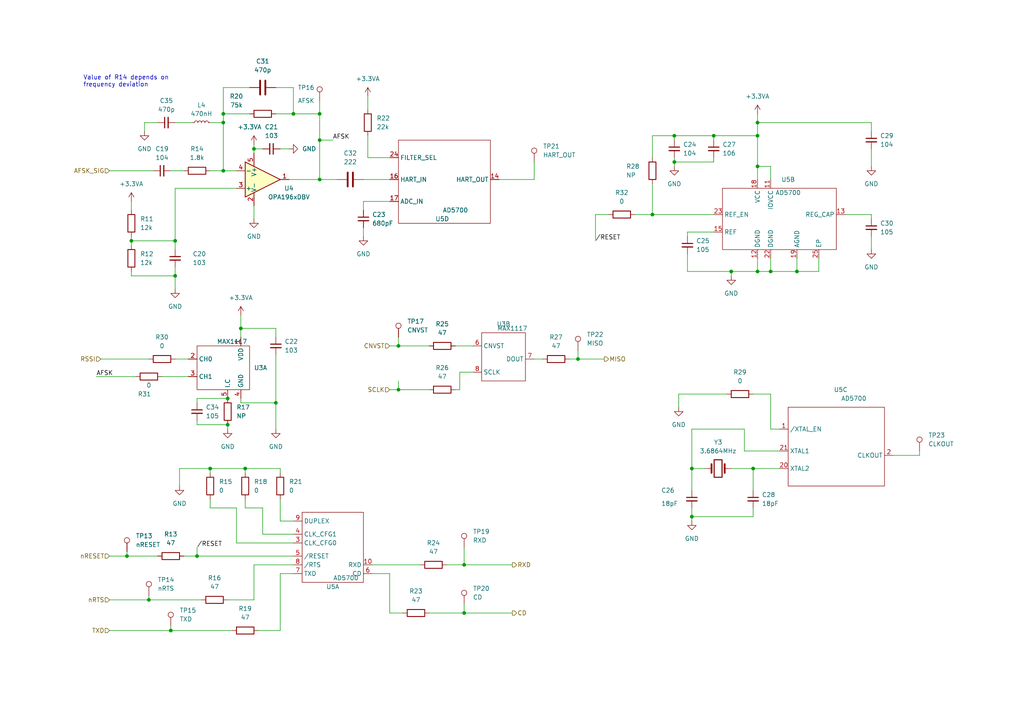
<source format=kicad_sch>
(kicad_sch (version 20230121) (generator eeschema)

  (uuid a3b35dfb-fed3-4339-97d3-9c72758038e9)

  (paper "A4")

  (lib_symbols
    (symbol "AD5700_1" (in_bom yes) (on_board yes)
      (property "Reference" "U4" (at 0 8.89 0)
        (effects (font (size 1.27 1.27)))
      )
      (property "Value" "~" (at 3.81 6.35 0)
        (effects (font (size 1.27 1.27)))
      )
      (property "Footprint" "Package_DFN_QFN:QFN-24-1EP_4x4mm_P0.5mm_EP2.15x2.15mm" (at 3.81 6.35 0)
        (effects (font (size 1.27 1.27)) hide)
      )
      (property "Datasheet" "" (at 3.81 6.35 0)
        (effects (font (size 1.27 1.27)) hide)
      )
      (property "ki_locked" "" (at 0 0 0)
        (effects (font (size 1.27 1.27)))
      )
      (symbol "AD5700_1_1_1"
        (rectangle (start -8.89 7.62) (end 8.89 -12.7)
          (stroke (width 0) (type default))
          (fill (type none))
        )
        (pin output line (at 11.43 2.54 180) (length 2.54)
          (name "RXD" (effects (font (size 1.27 1.27))))
          (number "10" (effects (font (size 1.27 1.27))))
        )
        (pin input line (at -11.43 -3.81 0) (length 2.54)
          (name "CLK_CFG0" (effects (font (size 1.27 1.27))))
          (number "3" (effects (font (size 1.27 1.27))))
        )
        (pin input line (at -11.43 -6.35 0) (length 2.54)
          (name "CLK_CFG1" (effects (font (size 1.27 1.27))))
          (number "4" (effects (font (size 1.27 1.27))))
        )
        (pin input line (at -11.43 0 0) (length 2.54)
          (name "/RESET" (effects (font (size 1.27 1.27))))
          (number "5" (effects (font (size 1.27 1.27))))
        )
        (pin output line (at 11.43 5.08 180) (length 2.54)
          (name "CD" (effects (font (size 1.27 1.27))))
          (number "6" (effects (font (size 1.27 1.27))))
        )
        (pin input line (at -11.43 5.08 0) (length 2.54)
          (name "TXD" (effects (font (size 1.27 1.27))))
          (number "7" (effects (font (size 1.27 1.27))))
        )
        (pin input line (at -11.43 2.54 0) (length 2.54)
          (name "/RTS" (effects (font (size 1.27 1.27))))
          (number "8" (effects (font (size 1.27 1.27))))
        )
        (pin input line (at -11.43 -10.16 0) (length 2.54)
          (name "DUPLEX" (effects (font (size 1.27 1.27))))
          (number "9" (effects (font (size 1.27 1.27))))
        )
      )
      (symbol "AD5700_1_2_1"
        (rectangle (start -15.24 7.62) (end 17.78 -10.16)
          (stroke (width 0) (type default))
          (fill (type none))
        )
        (pin power_in line (at -1.27 10.16 270) (length 2.54)
          (name "IOVCC" (effects (font (size 1.27 1.27))))
          (number "11" (effects (font (size 1.27 1.27))))
        )
        (pin power_in line (at -5.08 -12.7 90) (length 2.54)
          (name "DGND" (effects (font (size 1.27 1.27))))
          (number "12" (effects (font (size 1.27 1.27))))
        )
        (pin output line (at 20.32 0 180) (length 2.54)
          (name "REG_CAP" (effects (font (size 1.27 1.27))))
          (number "13" (effects (font (size 1.27 1.27))))
        )
        (pin bidirectional line (at -17.78 -5.08 0) (length 2.54)
          (name "REF" (effects (font (size 1.27 1.27))))
          (number "15" (effects (font (size 1.27 1.27))))
        )
        (pin power_in line (at -5.08 10.16 270) (length 2.54)
          (name "VCC" (effects (font (size 1.27 1.27))))
          (number "18" (effects (font (size 1.27 1.27))))
        )
        (pin power_in line (at 6.35 -12.7 90) (length 2.54)
          (name "AGND" (effects (font (size 1.27 1.27))))
          (number "19" (effects (font (size 1.27 1.27))))
        )
        (pin power_in line (at -1.27 -12.7 90) (length 2.54)
          (name "DGND" (effects (font (size 1.27 1.27))))
          (number "22" (effects (font (size 1.27 1.27))))
        )
        (pin input line (at -17.78 0 0) (length 2.54)
          (name "REF_EN" (effects (font (size 1.27 1.27))))
          (number "23" (effects (font (size 1.27 1.27))))
        )
        (pin power_in line (at 12.7 -12.7 90) (length 2.54)
          (name "EP" (effects (font (size 1.27 1.27))))
          (number "25" (effects (font (size 1.27 1.27))))
        )
      )
      (symbol "AD5700_1_3_1"
        (rectangle (start -15.24 3.81) (end 12.7 -19.05)
          (stroke (width 0) (type default))
          (fill (type none))
        )
        (pin input line (at -17.78 -2.54 0) (length 2.54)
          (name "/XTAL_EN" (effects (font (size 1.27 1.27))))
          (number "1" (effects (font (size 1.27 1.27))))
        )
        (pin output line (at 15.24 -10.16 180) (length 2.54)
          (name "CLKOUT" (effects (font (size 1.27 1.27))))
          (number "2" (effects (font (size 1.27 1.27))))
        )
        (pin output line (at -17.78 -13.97 0) (length 2.54)
          (name "XTAL2" (effects (font (size 1.27 1.27))))
          (number "20" (effects (font (size 1.27 1.27))))
        )
        (pin input line (at -17.78 -8.89 0) (length 2.54)
          (name "XTAL1" (effects (font (size 1.27 1.27))))
          (number "21" (effects (font (size 1.27 1.27))))
        )
      )
      (symbol "AD5700_1_4_1"
        (rectangle (start -12.7 10.16) (end 13.97 -13.97)
          (stroke (width 0) (type default))
          (fill (type none))
        )
        (pin output line (at 16.51 -2.54 180) (length 2.54)
          (name "HART_OUT" (effects (font (size 1.27 1.27))))
          (number "14" (effects (font (size 1.27 1.27))))
        )
        (pin input line (at -15.24 -2.54 0) (length 2.54)
          (name "HART_IN" (effects (font (size 1.27 1.27))))
          (number "16" (effects (font (size 1.27 1.27))))
        )
        (pin input line (at -15.24 3.81 0) (length 2.54)
          (name "ADC_IN" (effects (font (size 1.27 1.27))))
          (number "17" (effects (font (size 1.27 1.27))))
        )
        (pin input line (at -15.24 -8.89 0) (length 2.54)
          (name "FILTER_SEL" (effects (font (size 1.27 1.27))))
          (number "24" (effects (font (size 1.27 1.27))))
        )
      )
    )
    (symbol "AD5700_2" (in_bom yes) (on_board yes)
      (property "Reference" "U4" (at 0 8.89 0)
        (effects (font (size 1.27 1.27)))
      )
      (property "Value" "~" (at 3.81 6.35 0)
        (effects (font (size 1.27 1.27)))
      )
      (property "Footprint" "Package_DFN_QFN:QFN-24-1EP_4x4mm_P0.5mm_EP2.15x2.15mm" (at 3.81 6.35 0)
        (effects (font (size 1.27 1.27)) hide)
      )
      (property "Datasheet" "" (at 3.81 6.35 0)
        (effects (font (size 1.27 1.27)) hide)
      )
      (property "ki_locked" "" (at 0 0 0)
        (effects (font (size 1.27 1.27)))
      )
      (symbol "AD5700_2_1_1"
        (rectangle (start -8.89 7.62) (end 8.89 -12.7)
          (stroke (width 0) (type default))
          (fill (type none))
        )
        (pin output line (at 11.43 2.54 180) (length 2.54)
          (name "RXD" (effects (font (size 1.27 1.27))))
          (number "10" (effects (font (size 1.27 1.27))))
        )
        (pin input line (at -11.43 -3.81 0) (length 2.54)
          (name "CLK_CFG0" (effects (font (size 1.27 1.27))))
          (number "3" (effects (font (size 1.27 1.27))))
        )
        (pin input line (at -11.43 -6.35 0) (length 2.54)
          (name "CLK_CFG1" (effects (font (size 1.27 1.27))))
          (number "4" (effects (font (size 1.27 1.27))))
        )
        (pin input line (at -11.43 0 0) (length 2.54)
          (name "/RESET" (effects (font (size 1.27 1.27))))
          (number "5" (effects (font (size 1.27 1.27))))
        )
        (pin output line (at 11.43 5.08 180) (length 2.54)
          (name "CD" (effects (font (size 1.27 1.27))))
          (number "6" (effects (font (size 1.27 1.27))))
        )
        (pin input line (at -11.43 5.08 0) (length 2.54)
          (name "TXD" (effects (font (size 1.27 1.27))))
          (number "7" (effects (font (size 1.27 1.27))))
        )
        (pin input line (at -11.43 2.54 0) (length 2.54)
          (name "/RTS" (effects (font (size 1.27 1.27))))
          (number "8" (effects (font (size 1.27 1.27))))
        )
        (pin input line (at -11.43 -10.16 0) (length 2.54)
          (name "DUPLEX" (effects (font (size 1.27 1.27))))
          (number "9" (effects (font (size 1.27 1.27))))
        )
      )
      (symbol "AD5700_2_2_1"
        (rectangle (start -15.24 7.62) (end 17.78 -10.16)
          (stroke (width 0) (type default))
          (fill (type none))
        )
        (pin power_in line (at -1.27 10.16 270) (length 2.54)
          (name "IOVCC" (effects (font (size 1.27 1.27))))
          (number "11" (effects (font (size 1.27 1.27))))
        )
        (pin power_in line (at -5.08 -12.7 90) (length 2.54)
          (name "DGND" (effects (font (size 1.27 1.27))))
          (number "12" (effects (font (size 1.27 1.27))))
        )
        (pin output line (at 20.32 0 180) (length 2.54)
          (name "REG_CAP" (effects (font (size 1.27 1.27))))
          (number "13" (effects (font (size 1.27 1.27))))
        )
        (pin bidirectional line (at -17.78 -5.08 0) (length 2.54)
          (name "REF" (effects (font (size 1.27 1.27))))
          (number "15" (effects (font (size 1.27 1.27))))
        )
        (pin power_in line (at -5.08 10.16 270) (length 2.54)
          (name "VCC" (effects (font (size 1.27 1.27))))
          (number "18" (effects (font (size 1.27 1.27))))
        )
        (pin power_in line (at 6.35 -12.7 90) (length 2.54)
          (name "AGND" (effects (font (size 1.27 1.27))))
          (number "19" (effects (font (size 1.27 1.27))))
        )
        (pin power_in line (at -1.27 -12.7 90) (length 2.54)
          (name "DGND" (effects (font (size 1.27 1.27))))
          (number "22" (effects (font (size 1.27 1.27))))
        )
        (pin input line (at -17.78 0 0) (length 2.54)
          (name "REF_EN" (effects (font (size 1.27 1.27))))
          (number "23" (effects (font (size 1.27 1.27))))
        )
        (pin power_in line (at 12.7 -12.7 90) (length 2.54)
          (name "EP" (effects (font (size 1.27 1.27))))
          (number "25" (effects (font (size 1.27 1.27))))
        )
      )
      (symbol "AD5700_2_3_1"
        (rectangle (start -15.24 3.81) (end 12.7 -19.05)
          (stroke (width 0) (type default))
          (fill (type none))
        )
        (pin input line (at -17.78 -2.54 0) (length 2.54)
          (name "/XTAL_EN" (effects (font (size 1.27 1.27))))
          (number "1" (effects (font (size 1.27 1.27))))
        )
        (pin output line (at 15.24 -10.16 180) (length 2.54)
          (name "CLKOUT" (effects (font (size 1.27 1.27))))
          (number "2" (effects (font (size 1.27 1.27))))
        )
        (pin output line (at -17.78 -13.97 0) (length 2.54)
          (name "XTAL2" (effects (font (size 1.27 1.27))))
          (number "20" (effects (font (size 1.27 1.27))))
        )
        (pin input line (at -17.78 -8.89 0) (length 2.54)
          (name "XTAL1" (effects (font (size 1.27 1.27))))
          (number "21" (effects (font (size 1.27 1.27))))
        )
      )
      (symbol "AD5700_2_4_1"
        (rectangle (start -12.7 10.16) (end 13.97 -13.97)
          (stroke (width 0) (type default))
          (fill (type none))
        )
        (pin output line (at 16.51 -2.54 180) (length 2.54)
          (name "HART_OUT" (effects (font (size 1.27 1.27))))
          (number "14" (effects (font (size 1.27 1.27))))
        )
        (pin input line (at -15.24 -2.54 0) (length 2.54)
          (name "HART_IN" (effects (font (size 1.27 1.27))))
          (number "16" (effects (font (size 1.27 1.27))))
        )
        (pin input line (at -15.24 3.81 0) (length 2.54)
          (name "ADC_IN" (effects (font (size 1.27 1.27))))
          (number "17" (effects (font (size 1.27 1.27))))
        )
        (pin input line (at -15.24 -8.89 0) (length 2.54)
          (name "FILTER_SEL" (effects (font (size 1.27 1.27))))
          (number "24" (effects (font (size 1.27 1.27))))
        )
      )
    )
    (symbol "AD5700_3" (in_bom yes) (on_board yes)
      (property "Reference" "U4" (at 0 8.89 0)
        (effects (font (size 1.27 1.27)))
      )
      (property "Value" "~" (at 3.81 6.35 0)
        (effects (font (size 1.27 1.27)))
      )
      (property "Footprint" "Package_DFN_QFN:QFN-24-1EP_4x4mm_P0.5mm_EP2.15x2.15mm" (at 3.81 6.35 0)
        (effects (font (size 1.27 1.27)) hide)
      )
      (property "Datasheet" "" (at 3.81 6.35 0)
        (effects (font (size 1.27 1.27)) hide)
      )
      (property "ki_locked" "" (at 0 0 0)
        (effects (font (size 1.27 1.27)))
      )
      (symbol "AD5700_3_1_1"
        (rectangle (start -8.89 7.62) (end 8.89 -12.7)
          (stroke (width 0) (type default))
          (fill (type none))
        )
        (pin output line (at 11.43 2.54 180) (length 2.54)
          (name "RXD" (effects (font (size 1.27 1.27))))
          (number "10" (effects (font (size 1.27 1.27))))
        )
        (pin input line (at -11.43 -3.81 0) (length 2.54)
          (name "CLK_CFG0" (effects (font (size 1.27 1.27))))
          (number "3" (effects (font (size 1.27 1.27))))
        )
        (pin input line (at -11.43 -6.35 0) (length 2.54)
          (name "CLK_CFG1" (effects (font (size 1.27 1.27))))
          (number "4" (effects (font (size 1.27 1.27))))
        )
        (pin input line (at -11.43 0 0) (length 2.54)
          (name "/RESET" (effects (font (size 1.27 1.27))))
          (number "5" (effects (font (size 1.27 1.27))))
        )
        (pin output line (at 11.43 5.08 180) (length 2.54)
          (name "CD" (effects (font (size 1.27 1.27))))
          (number "6" (effects (font (size 1.27 1.27))))
        )
        (pin input line (at -11.43 5.08 0) (length 2.54)
          (name "TXD" (effects (font (size 1.27 1.27))))
          (number "7" (effects (font (size 1.27 1.27))))
        )
        (pin input line (at -11.43 2.54 0) (length 2.54)
          (name "/RTS" (effects (font (size 1.27 1.27))))
          (number "8" (effects (font (size 1.27 1.27))))
        )
        (pin input line (at -11.43 -10.16 0) (length 2.54)
          (name "DUPLEX" (effects (font (size 1.27 1.27))))
          (number "9" (effects (font (size 1.27 1.27))))
        )
      )
      (symbol "AD5700_3_2_1"
        (rectangle (start -15.24 7.62) (end 17.78 -10.16)
          (stroke (width 0) (type default))
          (fill (type none))
        )
        (pin power_in line (at -1.27 10.16 270) (length 2.54)
          (name "IOVCC" (effects (font (size 1.27 1.27))))
          (number "11" (effects (font (size 1.27 1.27))))
        )
        (pin power_in line (at -5.08 -12.7 90) (length 2.54)
          (name "DGND" (effects (font (size 1.27 1.27))))
          (number "12" (effects (font (size 1.27 1.27))))
        )
        (pin output line (at 20.32 0 180) (length 2.54)
          (name "REG_CAP" (effects (font (size 1.27 1.27))))
          (number "13" (effects (font (size 1.27 1.27))))
        )
        (pin bidirectional line (at -17.78 -5.08 0) (length 2.54)
          (name "REF" (effects (font (size 1.27 1.27))))
          (number "15" (effects (font (size 1.27 1.27))))
        )
        (pin power_in line (at -5.08 10.16 270) (length 2.54)
          (name "VCC" (effects (font (size 1.27 1.27))))
          (number "18" (effects (font (size 1.27 1.27))))
        )
        (pin power_in line (at 6.35 -12.7 90) (length 2.54)
          (name "AGND" (effects (font (size 1.27 1.27))))
          (number "19" (effects (font (size 1.27 1.27))))
        )
        (pin power_in line (at -1.27 -12.7 90) (length 2.54)
          (name "DGND" (effects (font (size 1.27 1.27))))
          (number "22" (effects (font (size 1.27 1.27))))
        )
        (pin input line (at -17.78 0 0) (length 2.54)
          (name "REF_EN" (effects (font (size 1.27 1.27))))
          (number "23" (effects (font (size 1.27 1.27))))
        )
        (pin power_in line (at 12.7 -12.7 90) (length 2.54)
          (name "EP" (effects (font (size 1.27 1.27))))
          (number "25" (effects (font (size 1.27 1.27))))
        )
      )
      (symbol "AD5700_3_3_1"
        (rectangle (start -15.24 3.81) (end 12.7 -19.05)
          (stroke (width 0) (type default))
          (fill (type none))
        )
        (pin input line (at -17.78 -2.54 0) (length 2.54)
          (name "/XTAL_EN" (effects (font (size 1.27 1.27))))
          (number "1" (effects (font (size 1.27 1.27))))
        )
        (pin output line (at 15.24 -10.16 180) (length 2.54)
          (name "CLKOUT" (effects (font (size 1.27 1.27))))
          (number "2" (effects (font (size 1.27 1.27))))
        )
        (pin output line (at -17.78 -13.97 0) (length 2.54)
          (name "XTAL2" (effects (font (size 1.27 1.27))))
          (number "20" (effects (font (size 1.27 1.27))))
        )
        (pin input line (at -17.78 -8.89 0) (length 2.54)
          (name "XTAL1" (effects (font (size 1.27 1.27))))
          (number "21" (effects (font (size 1.27 1.27))))
        )
      )
      (symbol "AD5700_3_4_1"
        (rectangle (start -12.7 10.16) (end 13.97 -13.97)
          (stroke (width 0) (type default))
          (fill (type none))
        )
        (pin output line (at 16.51 -2.54 180) (length 2.54)
          (name "HART_OUT" (effects (font (size 1.27 1.27))))
          (number "14" (effects (font (size 1.27 1.27))))
        )
        (pin input line (at -15.24 -2.54 0) (length 2.54)
          (name "HART_IN" (effects (font (size 1.27 1.27))))
          (number "16" (effects (font (size 1.27 1.27))))
        )
        (pin input line (at -15.24 3.81 0) (length 2.54)
          (name "ADC_IN" (effects (font (size 1.27 1.27))))
          (number "17" (effects (font (size 1.27 1.27))))
        )
        (pin input line (at -15.24 -8.89 0) (length 2.54)
          (name "FILTER_SEL" (effects (font (size 1.27 1.27))))
          (number "24" (effects (font (size 1.27 1.27))))
        )
      )
    )
    (symbol "Amplifier_Operational1:OPA196xDBV" (pin_names (offset 0.127)) (in_bom yes) (on_board yes)
      (property "Reference" "U" (at -1.27 6.35 0)
        (effects (font (size 1.27 1.27)) (justify left))
      )
      (property "Value" "OPA196xDBV" (at -1.27 3.81 0)
        (effects (font (size 1.27 1.27)) (justify left))
      )
      (property "Footprint" "Package_TO_SOT_SMD:SOT-23-5" (at -2.54 -5.08 0)
        (effects (font (size 1.27 1.27)) (justify left) hide)
      )
      (property "Datasheet" "http://www.ti.com/lit/ds/symlink/opa4196.pdf" (at 0 5.08 0)
        (effects (font (size 1.27 1.27)) hide)
      )
      (property "ki_keywords" "single opamp" (at 0 0 0)
        (effects (font (size 1.27 1.27)) hide)
      )
      (property "ki_description" "Single, Low-Power, Low Offset Voltage, Rail-to-Rail Operational Amplifier, SOT-23-5" (at 0 0 0)
        (effects (font (size 1.27 1.27)) hide)
      )
      (property "ki_fp_filters" "SOT?23*" (at 0 0 0)
        (effects (font (size 1.27 1.27)) hide)
      )
      (symbol "OPA196xDBV_0_1"
        (polyline
          (pts
            (xy -5.08 5.08)
            (xy 5.08 0)
            (xy -5.08 -5.08)
            (xy -5.08 5.08)
          )
          (stroke (width 0.254) (type default))
          (fill (type background))
        )
        (pin power_in line (at -2.54 -7.62 90) (length 3.81)
          (name "V-" (effects (font (size 1.27 1.27))))
          (number "2" (effects (font (size 1.27 1.27))))
        )
        (pin power_in line (at -2.54 7.62 270) (length 3.81)
          (name "V+" (effects (font (size 1.27 1.27))))
          (number "5" (effects (font (size 1.27 1.27))))
        )
      )
      (symbol "OPA196xDBV_1_1"
        (pin output line (at 7.62 0 180) (length 2.54)
          (name "~" (effects (font (size 1.27 1.27))))
          (number "1" (effects (font (size 1.27 1.27))))
        )
        (pin input line (at -7.62 -2.54 0) (length 2.54)
          (name "+" (effects (font (size 1.27 1.27))))
          (number "3" (effects (font (size 1.27 1.27))))
        )
        (pin input line (at -7.62 2.54 0) (length 2.54)
          (name "-" (effects (font (size 1.27 1.27))))
          (number "4" (effects (font (size 1.27 1.27))))
        )
      )
    )
    (symbol "Connector:TestPoint" (pin_numbers hide) (pin_names (offset 0.762) hide) (in_bom yes) (on_board yes)
      (property "Reference" "TP" (at 0 6.858 0)
        (effects (font (size 1.27 1.27)))
      )
      (property "Value" "TestPoint" (at 0 5.08 0)
        (effects (font (size 1.27 1.27)))
      )
      (property "Footprint" "" (at 5.08 0 0)
        (effects (font (size 1.27 1.27)) hide)
      )
      (property "Datasheet" "~" (at 5.08 0 0)
        (effects (font (size 1.27 1.27)) hide)
      )
      (property "ki_keywords" "test point tp" (at 0 0 0)
        (effects (font (size 1.27 1.27)) hide)
      )
      (property "ki_description" "test point" (at 0 0 0)
        (effects (font (size 1.27 1.27)) hide)
      )
      (property "ki_fp_filters" "Pin* Test*" (at 0 0 0)
        (effects (font (size 1.27 1.27)) hide)
      )
      (symbol "TestPoint_0_1"
        (circle (center 0 3.302) (radius 0.762)
          (stroke (width 0) (type default))
          (fill (type none))
        )
      )
      (symbol "TestPoint_1_1"
        (pin passive line (at 0 0 90) (length 2.54)
          (name "1" (effects (font (size 1.27 1.27))))
          (number "1" (effects (font (size 1.27 1.27))))
        )
      )
    )
    (symbol "Device:C" (pin_numbers hide) (pin_names (offset 0.254)) (in_bom yes) (on_board yes)
      (property "Reference" "C" (at 0.635 2.54 0)
        (effects (font (size 1.27 1.27)) (justify left))
      )
      (property "Value" "C" (at 0.635 -2.54 0)
        (effects (font (size 1.27 1.27)) (justify left))
      )
      (property "Footprint" "" (at 0.9652 -3.81 0)
        (effects (font (size 1.27 1.27)) hide)
      )
      (property "Datasheet" "~" (at 0 0 0)
        (effects (font (size 1.27 1.27)) hide)
      )
      (property "ki_keywords" "cap capacitor" (at 0 0 0)
        (effects (font (size 1.27 1.27)) hide)
      )
      (property "ki_description" "Unpolarized capacitor" (at 0 0 0)
        (effects (font (size 1.27 1.27)) hide)
      )
      (property "ki_fp_filters" "C_*" (at 0 0 0)
        (effects (font (size 1.27 1.27)) hide)
      )
      (symbol "C_0_1"
        (polyline
          (pts
            (xy -2.032 -0.762)
            (xy 2.032 -0.762)
          )
          (stroke (width 0.508) (type default))
          (fill (type none))
        )
        (polyline
          (pts
            (xy -2.032 0.762)
            (xy 2.032 0.762)
          )
          (stroke (width 0.508) (type default))
          (fill (type none))
        )
      )
      (symbol "C_1_1"
        (pin passive line (at 0 3.81 270) (length 2.794)
          (name "~" (effects (font (size 1.27 1.27))))
          (number "1" (effects (font (size 1.27 1.27))))
        )
        (pin passive line (at 0 -3.81 90) (length 2.794)
          (name "~" (effects (font (size 1.27 1.27))))
          (number "2" (effects (font (size 1.27 1.27))))
        )
      )
    )
    (symbol "Device:C_Small" (pin_numbers hide) (pin_names (offset 0.254) hide) (in_bom yes) (on_board yes)
      (property "Reference" "C" (at 0.254 1.778 0)
        (effects (font (size 1.27 1.27)) (justify left))
      )
      (property "Value" "C_Small" (at 0.254 -2.032 0)
        (effects (font (size 1.27 1.27)) (justify left))
      )
      (property "Footprint" "" (at 0 0 0)
        (effects (font (size 1.27 1.27)) hide)
      )
      (property "Datasheet" "~" (at 0 0 0)
        (effects (font (size 1.27 1.27)) hide)
      )
      (property "ki_keywords" "capacitor cap" (at 0 0 0)
        (effects (font (size 1.27 1.27)) hide)
      )
      (property "ki_description" "Unpolarized capacitor, small symbol" (at 0 0 0)
        (effects (font (size 1.27 1.27)) hide)
      )
      (property "ki_fp_filters" "C_*" (at 0 0 0)
        (effects (font (size 1.27 1.27)) hide)
      )
      (symbol "C_Small_0_1"
        (polyline
          (pts
            (xy -1.524 -0.508)
            (xy 1.524 -0.508)
          )
          (stroke (width 0.3302) (type default))
          (fill (type none))
        )
        (polyline
          (pts
            (xy -1.524 0.508)
            (xy 1.524 0.508)
          )
          (stroke (width 0.3048) (type default))
          (fill (type none))
        )
      )
      (symbol "C_Small_1_1"
        (pin passive line (at 0 2.54 270) (length 2.032)
          (name "~" (effects (font (size 1.27 1.27))))
          (number "1" (effects (font (size 1.27 1.27))))
        )
        (pin passive line (at 0 -2.54 90) (length 2.032)
          (name "~" (effects (font (size 1.27 1.27))))
          (number "2" (effects (font (size 1.27 1.27))))
        )
      )
    )
    (symbol "Device:Crystal" (pin_numbers hide) (pin_names (offset 1.016) hide) (in_bom yes) (on_board yes)
      (property "Reference" "Y" (at 0 3.81 0)
        (effects (font (size 1.27 1.27)))
      )
      (property "Value" "Crystal" (at 0 -3.81 0)
        (effects (font (size 1.27 1.27)))
      )
      (property "Footprint" "" (at 0 0 0)
        (effects (font (size 1.27 1.27)) hide)
      )
      (property "Datasheet" "~" (at 0 0 0)
        (effects (font (size 1.27 1.27)) hide)
      )
      (property "ki_keywords" "quartz ceramic resonator oscillator" (at 0 0 0)
        (effects (font (size 1.27 1.27)) hide)
      )
      (property "ki_description" "Two pin crystal" (at 0 0 0)
        (effects (font (size 1.27 1.27)) hide)
      )
      (property "ki_fp_filters" "Crystal*" (at 0 0 0)
        (effects (font (size 1.27 1.27)) hide)
      )
      (symbol "Crystal_0_1"
        (rectangle (start -1.143 2.54) (end 1.143 -2.54)
          (stroke (width 0.3048) (type default))
          (fill (type none))
        )
        (polyline
          (pts
            (xy -2.54 0)
            (xy -1.905 0)
          )
          (stroke (width 0) (type default))
          (fill (type none))
        )
        (polyline
          (pts
            (xy -1.905 -1.27)
            (xy -1.905 1.27)
          )
          (stroke (width 0.508) (type default))
          (fill (type none))
        )
        (polyline
          (pts
            (xy 1.905 -1.27)
            (xy 1.905 1.27)
          )
          (stroke (width 0.508) (type default))
          (fill (type none))
        )
        (polyline
          (pts
            (xy 2.54 0)
            (xy 1.905 0)
          )
          (stroke (width 0) (type default))
          (fill (type none))
        )
      )
      (symbol "Crystal_1_1"
        (pin passive line (at -3.81 0 0) (length 1.27)
          (name "1" (effects (font (size 1.27 1.27))))
          (number "1" (effects (font (size 1.27 1.27))))
        )
        (pin passive line (at 3.81 0 180) (length 1.27)
          (name "2" (effects (font (size 1.27 1.27))))
          (number "2" (effects (font (size 1.27 1.27))))
        )
      )
    )
    (symbol "Device:L_Small" (pin_numbers hide) (pin_names (offset 0.254) hide) (in_bom yes) (on_board yes)
      (property "Reference" "L" (at 0.762 1.016 0)
        (effects (font (size 1.27 1.27)) (justify left))
      )
      (property "Value" "L_Small" (at 0.762 -1.016 0)
        (effects (font (size 1.27 1.27)) (justify left))
      )
      (property "Footprint" "" (at 0 0 0)
        (effects (font (size 1.27 1.27)) hide)
      )
      (property "Datasheet" "~" (at 0 0 0)
        (effects (font (size 1.27 1.27)) hide)
      )
      (property "ki_keywords" "inductor choke coil reactor magnetic" (at 0 0 0)
        (effects (font (size 1.27 1.27)) hide)
      )
      (property "ki_description" "Inductor, small symbol" (at 0 0 0)
        (effects (font (size 1.27 1.27)) hide)
      )
      (property "ki_fp_filters" "Choke_* *Coil* Inductor_* L_*" (at 0 0 0)
        (effects (font (size 1.27 1.27)) hide)
      )
      (symbol "L_Small_0_1"
        (arc (start 0 -2.032) (mid 0.5058 -1.524) (end 0 -1.016)
          (stroke (width 0) (type default))
          (fill (type none))
        )
        (arc (start 0 -1.016) (mid 0.5058 -0.508) (end 0 0)
          (stroke (width 0) (type default))
          (fill (type none))
        )
        (arc (start 0 0) (mid 0.5058 0.508) (end 0 1.016)
          (stroke (width 0) (type default))
          (fill (type none))
        )
        (arc (start 0 1.016) (mid 0.5058 1.524) (end 0 2.032)
          (stroke (width 0) (type default))
          (fill (type none))
        )
      )
      (symbol "L_Small_1_1"
        (pin passive line (at 0 2.54 270) (length 0.508)
          (name "~" (effects (font (size 1.27 1.27))))
          (number "1" (effects (font (size 1.27 1.27))))
        )
        (pin passive line (at 0 -2.54 90) (length 0.508)
          (name "~" (effects (font (size 1.27 1.27))))
          (number "2" (effects (font (size 1.27 1.27))))
        )
      )
    )
    (symbol "Device:R" (pin_numbers hide) (pin_names (offset 0)) (in_bom yes) (on_board yes)
      (property "Reference" "R" (at 2.032 0 90)
        (effects (font (size 1.27 1.27)))
      )
      (property "Value" "R" (at 0 0 90)
        (effects (font (size 1.27 1.27)))
      )
      (property "Footprint" "" (at -1.778 0 90)
        (effects (font (size 1.27 1.27)) hide)
      )
      (property "Datasheet" "~" (at 0 0 0)
        (effects (font (size 1.27 1.27)) hide)
      )
      (property "ki_keywords" "R res resistor" (at 0 0 0)
        (effects (font (size 1.27 1.27)) hide)
      )
      (property "ki_description" "Resistor" (at 0 0 0)
        (effects (font (size 1.27 1.27)) hide)
      )
      (property "ki_fp_filters" "R_*" (at 0 0 0)
        (effects (font (size 1.27 1.27)) hide)
      )
      (symbol "R_0_1"
        (rectangle (start -1.016 -2.54) (end 1.016 2.54)
          (stroke (width 0.254) (type default))
          (fill (type none))
        )
      )
      (symbol "R_1_1"
        (pin passive line (at 0 3.81 270) (length 1.27)
          (name "~" (effects (font (size 1.27 1.27))))
          (number "1" (effects (font (size 1.27 1.27))))
        )
        (pin passive line (at 0 -3.81 90) (length 1.27)
          (name "~" (effects (font (size 1.27 1.27))))
          (number "2" (effects (font (size 1.27 1.27))))
        )
      )
    )
    (symbol "My_Library:AD5700" (in_bom yes) (on_board yes)
      (property "Reference" "U4" (at 0 8.89 0)
        (effects (font (size 1.27 1.27)))
      )
      (property "Value" "~" (at 3.81 6.35 0)
        (effects (font (size 1.27 1.27)))
      )
      (property "Footprint" "Package_DFN_QFN:QFN-24-1EP_4x4mm_P0.5mm_EP2.15x2.15mm" (at 3.81 6.35 0)
        (effects (font (size 1.27 1.27)) hide)
      )
      (property "Datasheet" "" (at 3.81 6.35 0)
        (effects (font (size 1.27 1.27)) hide)
      )
      (property "ki_locked" "" (at 0 0 0)
        (effects (font (size 1.27 1.27)))
      )
      (symbol "AD5700_1_1"
        (rectangle (start -8.89 7.62) (end 8.89 -12.7)
          (stroke (width 0) (type default))
          (fill (type none))
        )
        (pin output line (at 11.43 2.54 180) (length 2.54)
          (name "RXD" (effects (font (size 1.27 1.27))))
          (number "10" (effects (font (size 1.27 1.27))))
        )
        (pin input line (at -11.43 -3.81 0) (length 2.54)
          (name "CLK_CFG0" (effects (font (size 1.27 1.27))))
          (number "3" (effects (font (size 1.27 1.27))))
        )
        (pin input line (at -11.43 -6.35 0) (length 2.54)
          (name "CLK_CFG1" (effects (font (size 1.27 1.27))))
          (number "4" (effects (font (size 1.27 1.27))))
        )
        (pin input line (at -11.43 0 0) (length 2.54)
          (name "/RESET" (effects (font (size 1.27 1.27))))
          (number "5" (effects (font (size 1.27 1.27))))
        )
        (pin output line (at 11.43 5.08 180) (length 2.54)
          (name "CD" (effects (font (size 1.27 1.27))))
          (number "6" (effects (font (size 1.27 1.27))))
        )
        (pin input line (at -11.43 5.08 0) (length 2.54)
          (name "TXD" (effects (font (size 1.27 1.27))))
          (number "7" (effects (font (size 1.27 1.27))))
        )
        (pin input line (at -11.43 2.54 0) (length 2.54)
          (name "/RTS" (effects (font (size 1.27 1.27))))
          (number "8" (effects (font (size 1.27 1.27))))
        )
        (pin input line (at -11.43 -10.16 0) (length 2.54)
          (name "DUPLEX" (effects (font (size 1.27 1.27))))
          (number "9" (effects (font (size 1.27 1.27))))
        )
      )
      (symbol "AD5700_2_1"
        (rectangle (start -15.24 7.62) (end 17.78 -10.16)
          (stroke (width 0) (type default))
          (fill (type none))
        )
        (pin power_in line (at -1.27 10.16 270) (length 2.54)
          (name "IOVCC" (effects (font (size 1.27 1.27))))
          (number "11" (effects (font (size 1.27 1.27))))
        )
        (pin power_in line (at -5.08 -12.7 90) (length 2.54)
          (name "DGND" (effects (font (size 1.27 1.27))))
          (number "12" (effects (font (size 1.27 1.27))))
        )
        (pin output line (at 20.32 0 180) (length 2.54)
          (name "REG_CAP" (effects (font (size 1.27 1.27))))
          (number "13" (effects (font (size 1.27 1.27))))
        )
        (pin bidirectional line (at -17.78 -5.08 0) (length 2.54)
          (name "REF" (effects (font (size 1.27 1.27))))
          (number "15" (effects (font (size 1.27 1.27))))
        )
        (pin power_in line (at -5.08 10.16 270) (length 2.54)
          (name "VCC" (effects (font (size 1.27 1.27))))
          (number "18" (effects (font (size 1.27 1.27))))
        )
        (pin power_in line (at 6.35 -12.7 90) (length 2.54)
          (name "AGND" (effects (font (size 1.27 1.27))))
          (number "19" (effects (font (size 1.27 1.27))))
        )
        (pin power_in line (at -1.27 -12.7 90) (length 2.54)
          (name "DGND" (effects (font (size 1.27 1.27))))
          (number "22" (effects (font (size 1.27 1.27))))
        )
        (pin input line (at -17.78 0 0) (length 2.54)
          (name "REF_EN" (effects (font (size 1.27 1.27))))
          (number "23" (effects (font (size 1.27 1.27))))
        )
        (pin power_in line (at 12.7 -12.7 90) (length 2.54)
          (name "EP" (effects (font (size 1.27 1.27))))
          (number "25" (effects (font (size 1.27 1.27))))
        )
      )
      (symbol "AD5700_3_1"
        (rectangle (start -15.24 3.81) (end 12.7 -19.05)
          (stroke (width 0) (type default))
          (fill (type none))
        )
        (pin input line (at -17.78 -2.54 0) (length 2.54)
          (name "/XTAL_EN" (effects (font (size 1.27 1.27))))
          (number "1" (effects (font (size 1.27 1.27))))
        )
        (pin output line (at 15.24 -10.16 180) (length 2.54)
          (name "CLKOUT" (effects (font (size 1.27 1.27))))
          (number "2" (effects (font (size 1.27 1.27))))
        )
        (pin output line (at -17.78 -13.97 0) (length 2.54)
          (name "XTAL2" (effects (font (size 1.27 1.27))))
          (number "20" (effects (font (size 1.27 1.27))))
        )
        (pin input line (at -17.78 -8.89 0) (length 2.54)
          (name "XTAL1" (effects (font (size 1.27 1.27))))
          (number "21" (effects (font (size 1.27 1.27))))
        )
      )
      (symbol "AD5700_4_1"
        (rectangle (start -12.7 10.16) (end 13.97 -13.97)
          (stroke (width 0) (type default))
          (fill (type none))
        )
        (pin output line (at 16.51 -2.54 180) (length 2.54)
          (name "HART_OUT" (effects (font (size 1.27 1.27))))
          (number "14" (effects (font (size 1.27 1.27))))
        )
        (pin input line (at -15.24 -2.54 0) (length 2.54)
          (name "HART_IN" (effects (font (size 1.27 1.27))))
          (number "16" (effects (font (size 1.27 1.27))))
        )
        (pin input line (at -15.24 3.81 0) (length 2.54)
          (name "ADC_IN" (effects (font (size 1.27 1.27))))
          (number "17" (effects (font (size 1.27 1.27))))
        )
        (pin input line (at -15.24 -8.89 0) (length 2.54)
          (name "FILTER_SEL" (effects (font (size 1.27 1.27))))
          (number "24" (effects (font (size 1.27 1.27))))
        )
      )
    )
    (symbol "My_Library:MAX1117" (in_bom yes) (on_board yes)
      (property "Reference" "U" (at 0 0 0)
        (effects (font (size 1.27 1.27)))
      )
      (property "Value" "" (at 2.54 0 0)
        (effects (font (size 1.27 1.27)))
      )
      (property "Footprint" "" (at 2.54 0 0)
        (effects (font (size 1.27 1.27)) hide)
      )
      (property "Datasheet" "" (at 2.54 0 0)
        (effects (font (size 1.27 1.27)) hide)
      )
      (property "ki_locked" "" (at 0 0 0)
        (effects (font (size 1.27 1.27)))
      )
      (symbol "MAX1117_1_1"
        (rectangle (start -7.62 -1.27) (end 7.62 -13.97)
          (stroke (width 0) (type default))
          (fill (type none))
        )
        (pin power_in line (at 5.08 1.27 270) (length 2.54)
          (name "VDD" (effects (font (size 1.27 1.27))))
          (number "1" (effects (font (size 1.27 1.27))))
        )
        (pin input line (at -10.16 -5.08 0) (length 2.54)
          (name "CH0" (effects (font (size 1.27 1.27))))
          (number "2" (effects (font (size 1.27 1.27))))
        )
        (pin input line (at -10.16 -10.16 0) (length 2.54)
          (name "CH1" (effects (font (size 1.27 1.27))))
          (number "3" (effects (font (size 1.27 1.27))))
        )
        (pin power_in line (at 5.08 -16.51 90) (length 2.54)
          (name "GND" (effects (font (size 1.27 1.27))))
          (number "4" (effects (font (size 1.27 1.27))))
        )
        (pin free line (at 1.27 -16.51 90) (length 2.54)
          (name "I.C" (effects (font (size 1.27 1.27))))
          (number "5" (effects (font (size 1.27 1.27))))
        )
      )
      (symbol "MAX1117_2_1"
        (rectangle (start -6.35 -1.27) (end 6.35 -15.24)
          (stroke (width 0) (type default))
          (fill (type none))
        )
        (pin input line (at -8.89 -5.08 0) (length 2.54)
          (name "CNVST" (effects (font (size 1.27 1.27))))
          (number "6" (effects (font (size 1.27 1.27))))
        )
        (pin output line (at 8.89 -8.89 180) (length 2.54)
          (name "DOUT" (effects (font (size 1.27 1.27))))
          (number "7" (effects (font (size 1.27 1.27))))
        )
        (pin input line (at -8.89 -12.7 0) (length 2.54)
          (name "SCLK" (effects (font (size 1.27 1.27))))
          (number "8" (effects (font (size 1.27 1.27))))
        )
      )
    )
    (symbol "power:+3.3VA" (power) (pin_names (offset 0)) (in_bom yes) (on_board yes)
      (property "Reference" "#PWR" (at 0 -3.81 0)
        (effects (font (size 1.27 1.27)) hide)
      )
      (property "Value" "+3.3VA" (at 0 3.556 0)
        (effects (font (size 1.27 1.27)))
      )
      (property "Footprint" "" (at 0 0 0)
        (effects (font (size 1.27 1.27)) hide)
      )
      (property "Datasheet" "" (at 0 0 0)
        (effects (font (size 1.27 1.27)) hide)
      )
      (property "ki_keywords" "global power" (at 0 0 0)
        (effects (font (size 1.27 1.27)) hide)
      )
      (property "ki_description" "Power symbol creates a global label with name \"+3.3VA\"" (at 0 0 0)
        (effects (font (size 1.27 1.27)) hide)
      )
      (symbol "+3.3VA_0_1"
        (polyline
          (pts
            (xy -0.762 1.27)
            (xy 0 2.54)
          )
          (stroke (width 0) (type default))
          (fill (type none))
        )
        (polyline
          (pts
            (xy 0 0)
            (xy 0 2.54)
          )
          (stroke (width 0) (type default))
          (fill (type none))
        )
        (polyline
          (pts
            (xy 0 2.54)
            (xy 0.762 1.27)
          )
          (stroke (width 0) (type default))
          (fill (type none))
        )
      )
      (symbol "+3.3VA_1_1"
        (pin power_in line (at 0 0 90) (length 0) hide
          (name "+3.3VA" (effects (font (size 1.27 1.27))))
          (number "1" (effects (font (size 1.27 1.27))))
        )
      )
    )
    (symbol "power:GND" (power) (pin_names (offset 0)) (in_bom yes) (on_board yes)
      (property "Reference" "#PWR" (at 0 -6.35 0)
        (effects (font (size 1.27 1.27)) hide)
      )
      (property "Value" "GND" (at 0 -3.81 0)
        (effects (font (size 1.27 1.27)))
      )
      (property "Footprint" "" (at 0 0 0)
        (effects (font (size 1.27 1.27)) hide)
      )
      (property "Datasheet" "" (at 0 0 0)
        (effects (font (size 1.27 1.27)) hide)
      )
      (property "ki_keywords" "global power" (at 0 0 0)
        (effects (font (size 1.27 1.27)) hide)
      )
      (property "ki_description" "Power symbol creates a global label with name \"GND\" , ground" (at 0 0 0)
        (effects (font (size 1.27 1.27)) hide)
      )
      (symbol "GND_0_1"
        (polyline
          (pts
            (xy 0 0)
            (xy 0 -1.27)
            (xy 1.27 -1.27)
            (xy 0 -2.54)
            (xy -1.27 -1.27)
            (xy 0 -1.27)
          )
          (stroke (width 0) (type default))
          (fill (type none))
        )
      )
      (symbol "GND_1_1"
        (pin power_in line (at 0 0 270) (length 0) hide
          (name "GND" (effects (font (size 1.27 1.27))))
          (number "1" (effects (font (size 1.27 1.27))))
        )
      )
    )
  )

  (junction (at 69.85 95.25) (diameter 0) (color 0 0 0 0)
    (uuid 06dc91a6-b670-4f37-b52b-fc4331179e47)
  )
  (junction (at 200.66 135.89) (diameter 0) (color 0 0 0 0)
    (uuid 0929afb9-7288-4859-a40f-eee174fefbdc)
  )
  (junction (at 212.09 78.74) (diameter 0) (color 0 0 0 0)
    (uuid 09d862b2-c25f-4161-8961-275c5bab8d20)
  )
  (junction (at 38.1 69.85) (diameter 0) (color 0 0 0 0)
    (uuid 1659e586-f4cd-446b-acc5-fa82de37e04b)
  )
  (junction (at 36.83 161.29) (diameter 0) (color 0 0 0 0)
    (uuid 1d25625e-aa5b-4b41-80da-003e55992980)
  )
  (junction (at 80.01 116.84) (diameter 0) (color 0 0 0 0)
    (uuid 2336546c-bce2-4234-b936-6810326443cb)
  )
  (junction (at 92.71 40.64) (diameter 0) (color 0 0 0 0)
    (uuid 2bad3b2f-6a0b-44b9-ab1e-69331efb8554)
  )
  (junction (at 115.57 100.33) (diameter 0) (color 0 0 0 0)
    (uuid 2ed6a7b7-5b77-4ba0-81c0-f20072dca2e7)
  )
  (junction (at 73.66 43.18) (diameter 0) (color 0 0 0 0)
    (uuid 2f2d4bac-9c2b-4962-87e3-0ebc0b23f4f3)
  )
  (junction (at 85.09 33.02) (diameter 0) (color 0 0 0 0)
    (uuid 37dee810-093e-449b-9653-d7937b120078)
  )
  (junction (at 134.62 177.8) (diameter 0) (color 0 0 0 0)
    (uuid 3de41f84-503a-4a7e-a92e-5c80a95e643e)
  )
  (junction (at 115.57 113.03) (diameter 0) (color 0 0 0 0)
    (uuid 40a910c8-d0a8-4af4-87c0-2313d2406e84)
  )
  (junction (at 66.04 123.19) (diameter 0) (color 0 0 0 0)
    (uuid 4d878c1d-76da-46a8-9486-0a90a92872bd)
  )
  (junction (at 64.77 33.02) (diameter 0) (color 0 0 0 0)
    (uuid 5c780327-5e06-4b9e-8800-3621581cdce2)
  )
  (junction (at 219.71 78.74) (diameter 0) (color 0 0 0 0)
    (uuid 6587868d-bd31-4a80-8996-a124c37a97f4)
  )
  (junction (at 50.8 80.01) (diameter 0) (color 0 0 0 0)
    (uuid 67565c28-650a-42be-958a-dab025fbf05a)
  )
  (junction (at 189.23 62.23) (diameter 0) (color 0 0 0 0)
    (uuid 691b49e8-98b1-4e82-8c52-24928890c10d)
  )
  (junction (at 57.15 161.29) (diameter 0) (color 0 0 0 0)
    (uuid 6afaf669-4494-419b-a1c5-39728b82110b)
  )
  (junction (at 195.58 46.99) (diameter 0) (color 0 0 0 0)
    (uuid 6de9eb47-fea0-4f01-a8f3-e2f82cb11ef4)
  )
  (junction (at 219.71 39.37) (diameter 0) (color 0 0 0 0)
    (uuid 71c9dcaf-6d12-40e2-bc40-789cc182b7b7)
  )
  (junction (at 60.96 135.89) (diameter 0) (color 0 0 0 0)
    (uuid 72cac698-97c4-461e-8ff9-1c7f7dc79ff6)
  )
  (junction (at 50.8 69.85) (diameter 0) (color 0 0 0 0)
    (uuid 78463584-d05b-4396-8de2-f8bfb3bd3b33)
  )
  (junction (at 92.71 33.02) (diameter 0) (color 0 0 0 0)
    (uuid 796dc53c-d053-45dc-b5a2-4d4d8d186e46)
  )
  (junction (at 219.71 35.56) (diameter 0) (color 0 0 0 0)
    (uuid 7df237c3-b0ae-4ae7-b73a-baee436b8d88)
  )
  (junction (at 223.52 78.74) (diameter 0) (color 0 0 0 0)
    (uuid 8fc87179-0cb3-4042-8f1b-337c64f1c13e)
  )
  (junction (at 200.66 149.86) (diameter 0) (color 0 0 0 0)
    (uuid 92bf70e3-51fc-49a8-a41f-cb612b94a275)
  )
  (junction (at 207.01 39.37) (diameter 0) (color 0 0 0 0)
    (uuid 9f17c7cb-8e15-445b-9de0-707158d4bea9)
  )
  (junction (at 219.71 48.26) (diameter 0) (color 0 0 0 0)
    (uuid ac485dd7-1fe9-459d-8df7-25795594405e)
  )
  (junction (at 43.18 173.99) (diameter 0) (color 0 0 0 0)
    (uuid ae33c94a-7fb4-4702-89a0-58b9da4d7797)
  )
  (junction (at 134.62 163.83) (diameter 0) (color 0 0 0 0)
    (uuid b8a9399e-790a-40f1-ba2f-c047a898bd51)
  )
  (junction (at 66.04 115.57) (diameter 0) (color 0 0 0 0)
    (uuid ba86eb9a-3f04-4f30-8949-0ac1911c1d99)
  )
  (junction (at 49.53 182.88) (diameter 0) (color 0 0 0 0)
    (uuid bd469188-3a5d-48d6-b797-f6962be521a3)
  )
  (junction (at 92.71 52.07) (diameter 0) (color 0 0 0 0)
    (uuid d81a8f48-f420-4f51-b15c-da33356ec2e1)
  )
  (junction (at 218.44 135.89) (diameter 0) (color 0 0 0 0)
    (uuid dbf5e2d6-0c0a-46ec-8eda-d6e3ca7f7928)
  )
  (junction (at 231.14 78.74) (diameter 0) (color 0 0 0 0)
    (uuid e3f5523d-3c01-4ab4-ba9d-deec5cb50bb5)
  )
  (junction (at 167.64 104.14) (diameter 0) (color 0 0 0 0)
    (uuid e546b9c9-3ea0-4fbe-b416-647c17dd2bda)
  )
  (junction (at 64.77 49.53) (diameter 0) (color 0 0 0 0)
    (uuid e76aeac7-78b3-4999-9b89-6e6465272837)
  )
  (junction (at 64.77 35.56) (diameter 0) (color 0 0 0 0)
    (uuid e9e5cfa7-b004-4624-ac78-d6019de421fe)
  )
  (junction (at 71.12 135.89) (diameter 0) (color 0 0 0 0)
    (uuid eac47312-cefa-4d35-8341-640b2cbc90bf)
  )
  (junction (at 195.58 39.37) (diameter 0) (color 0 0 0 0)
    (uuid fbcd6094-e3ef-471b-88b7-ec8eea939eaa)
  )

  (wire (pts (xy 64.77 33.02) (xy 64.77 35.56))
    (stroke (width 0) (type default))
    (uuid 00c2e766-9423-4965-9ecf-f772aa88ddd5)
  )
  (wire (pts (xy 154.94 104.14) (xy 157.48 104.14))
    (stroke (width 0) (type default))
    (uuid 023e6da7-4cc6-4f08-b0b7-188bcac6a4ba)
  )
  (wire (pts (xy 29.21 104.14) (xy 43.18 104.14))
    (stroke (width 0) (type default))
    (uuid 02a14ee1-d3c3-45d8-959b-893948c7ca68)
  )
  (wire (pts (xy 199.39 78.74) (xy 212.09 78.74))
    (stroke (width 0) (type default))
    (uuid 0448237f-2790-40f5-9210-d84df68391b9)
  )
  (wire (pts (xy 132.08 100.33) (xy 137.16 100.33))
    (stroke (width 0) (type default))
    (uuid 07c68d61-b9bc-475a-8ec6-b0ca93195af3)
  )
  (wire (pts (xy 72.39 25.4) (xy 64.77 25.4))
    (stroke (width 0) (type default))
    (uuid 080f497b-598d-4ba1-947d-6b4a58909b21)
  )
  (wire (pts (xy 85.09 151.13) (xy 81.28 151.13))
    (stroke (width 0) (type default))
    (uuid 08a05ab5-1412-4473-9e44-44688fc11571)
  )
  (wire (pts (xy 196.85 114.3) (xy 210.82 114.3))
    (stroke (width 0) (type default))
    (uuid 09aec4db-7123-4018-9c59-7d025a9efad2)
  )
  (wire (pts (xy 38.1 60.96) (xy 38.1 58.42))
    (stroke (width 0) (type default))
    (uuid 0a0c0c4c-7792-485b-ad38-d2351b2c63c8)
  )
  (wire (pts (xy 113.03 177.8) (xy 113.03 166.37))
    (stroke (width 0) (type default))
    (uuid 0acdc0d1-62d9-4cba-90c0-4302d97ba95d)
  )
  (wire (pts (xy 81.28 182.88) (xy 81.28 166.37))
    (stroke (width 0) (type default))
    (uuid 0c0a34f1-9a40-4528-a4a2-088ae656c83c)
  )
  (wire (pts (xy 31.75 182.88) (xy 49.53 182.88))
    (stroke (width 0) (type default))
    (uuid 0df61347-bbff-4308-abf3-a6743e87ff22)
  )
  (wire (pts (xy 45.72 35.56) (xy 41.91 35.56))
    (stroke (width 0) (type default))
    (uuid 0fbbba9c-d01f-4fae-8672-595c785fe8bb)
  )
  (wire (pts (xy 50.8 80.01) (xy 50.8 83.82))
    (stroke (width 0) (type default))
    (uuid 101cc3dc-441d-4958-850a-ccb2475c0069)
  )
  (wire (pts (xy 81.28 166.37) (xy 85.09 166.37))
    (stroke (width 0) (type default))
    (uuid 10750d12-eb52-4334-8fab-b95988a65461)
  )
  (wire (pts (xy 38.1 80.01) (xy 38.1 78.74))
    (stroke (width 0) (type default))
    (uuid 11ee2cf8-9ecf-4339-a851-3c14fd2c0e98)
  )
  (wire (pts (xy 31.75 49.53) (xy 44.45 49.53))
    (stroke (width 0) (type default))
    (uuid 1270e514-5f8a-4e96-8793-fc7d97fc5fb4)
  )
  (wire (pts (xy 27.94 109.22) (xy 39.37 109.22))
    (stroke (width 0) (type default))
    (uuid 135dfa9e-e2be-465b-839a-5bc2bc67bcfe)
  )
  (wire (pts (xy 60.96 35.56) (xy 64.77 35.56))
    (stroke (width 0) (type default))
    (uuid 149f3fa1-d254-488e-abe7-38b695041d95)
  )
  (wire (pts (xy 80.01 25.4) (xy 85.09 25.4))
    (stroke (width 0) (type default))
    (uuid 14b79d89-d70f-4a16-9cf9-74aaa48be305)
  )
  (wire (pts (xy 57.15 158.75) (xy 57.15 161.29))
    (stroke (width 0) (type default))
    (uuid 14c48b5a-6568-4e93-8d19-808c97499d61)
  )
  (wire (pts (xy 219.71 33.02) (xy 219.71 35.56))
    (stroke (width 0) (type default))
    (uuid 15869bab-d67a-438b-91e7-881b419db9e9)
  )
  (wire (pts (xy 60.96 49.53) (xy 64.77 49.53))
    (stroke (width 0) (type default))
    (uuid 1587c03b-8c02-4edb-9680-d76016b82d98)
  )
  (wire (pts (xy 115.57 110.49) (xy 115.57 113.03))
    (stroke (width 0) (type default))
    (uuid 17cf5cd3-13ab-47fe-bec8-1ae36dfff9e5)
  )
  (wire (pts (xy 76.2 154.94) (xy 76.2 147.32))
    (stroke (width 0) (type default))
    (uuid 194f3772-ee9d-44d4-9f2b-940cd8852dfb)
  )
  (wire (pts (xy 105.41 66.04) (xy 105.41 68.58))
    (stroke (width 0) (type default))
    (uuid 1a74ae5b-3fce-471e-a6cb-1aae5949732e)
  )
  (wire (pts (xy 154.94 46.99) (xy 154.94 52.07))
    (stroke (width 0) (type default))
    (uuid 1b70b185-2d0b-4106-b780-66c10d170054)
  )
  (wire (pts (xy 223.52 74.93) (xy 223.52 78.74))
    (stroke (width 0) (type default))
    (uuid 1c5ec0c7-9318-42fc-87ac-a10ff231a09e)
  )
  (wire (pts (xy 218.44 135.89) (xy 218.44 142.24))
    (stroke (width 0) (type default))
    (uuid 1ce41428-92c4-4e56-9b56-c66bf2f16b83)
  )
  (wire (pts (xy 52.07 135.89) (xy 52.07 140.97))
    (stroke (width 0) (type default))
    (uuid 1d20de0f-0ba4-42f0-ac99-91ca88513294)
  )
  (wire (pts (xy 172.72 69.85) (xy 172.72 62.23))
    (stroke (width 0) (type default))
    (uuid 2207b5c6-df77-40d8-8d39-6084633285ba)
  )
  (wire (pts (xy 76.2 147.32) (xy 71.12 147.32))
    (stroke (width 0) (type default))
    (uuid 25ce925a-43f6-4cc1-971c-4c706eebd332)
  )
  (wire (pts (xy 231.14 78.74) (xy 237.49 78.74))
    (stroke (width 0) (type default))
    (uuid 27cb97b0-bb65-4d12-8e15-a27b2a2616c7)
  )
  (wire (pts (xy 107.95 163.83) (xy 121.92 163.83))
    (stroke (width 0) (type default))
    (uuid 286a3fa7-046b-4fc6-97bb-d1273ef8df7c)
  )
  (wire (pts (xy 195.58 39.37) (xy 195.58 40.64))
    (stroke (width 0) (type default))
    (uuid 29a3afef-100c-476c-bd54-06c58e554220)
  )
  (wire (pts (xy 219.71 39.37) (xy 207.01 39.37))
    (stroke (width 0) (type default))
    (uuid 2baf7980-b514-473c-a66b-877837c8ce7f)
  )
  (wire (pts (xy 81.28 135.89) (xy 81.28 137.16))
    (stroke (width 0) (type default))
    (uuid 2cdc0546-c88b-46ac-8d1d-28661133c63b)
  )
  (wire (pts (xy 223.52 48.26) (xy 223.52 52.07))
    (stroke (width 0) (type default))
    (uuid 3228e658-214f-4f87-88cb-f5a197446186)
  )
  (wire (pts (xy 165.1 104.14) (xy 167.64 104.14))
    (stroke (width 0) (type default))
    (uuid 339103e6-c8b9-4111-bf9d-947dafcf7229)
  )
  (wire (pts (xy 50.8 54.61) (xy 68.58 54.61))
    (stroke (width 0) (type default))
    (uuid 342eaf9b-a822-4db6-870c-1abd617fc8e3)
  )
  (wire (pts (xy 219.71 39.37) (xy 219.71 48.26))
    (stroke (width 0) (type default))
    (uuid 34fe0b11-f568-4858-9ebb-068cb2cca738)
  )
  (wire (pts (xy 245.11 62.23) (xy 252.73 62.23))
    (stroke (width 0) (type default))
    (uuid 35798416-7daf-4465-8479-60fc1f5e059c)
  )
  (wire (pts (xy 80.01 102.87) (xy 80.01 116.84))
    (stroke (width 0) (type default))
    (uuid 37e72e41-8728-42b5-b4a0-012f7e8cc4ee)
  )
  (wire (pts (xy 64.77 25.4) (xy 64.77 33.02))
    (stroke (width 0) (type default))
    (uuid 39e9edd4-2fc2-4de2-b5cf-be6d35681bf1)
  )
  (wire (pts (xy 113.03 58.42) (xy 105.41 58.42))
    (stroke (width 0) (type default))
    (uuid 39ffe118-d211-44f5-a116-5481d1e1f197)
  )
  (wire (pts (xy 200.66 149.86) (xy 218.44 149.86))
    (stroke (width 0) (type default))
    (uuid 3c1eef82-347a-4f09-ad3d-37f871e3894b)
  )
  (wire (pts (xy 226.06 130.81) (xy 215.9 130.81))
    (stroke (width 0) (type default))
    (uuid 3d150cda-a450-4d62-b623-bd62670e1951)
  )
  (wire (pts (xy 134.62 158.75) (xy 134.62 163.83))
    (stroke (width 0) (type default))
    (uuid 3de9c5b1-ba78-4557-b62a-b47f743ca13f)
  )
  (wire (pts (xy 124.46 177.8) (xy 134.62 177.8))
    (stroke (width 0) (type default))
    (uuid 3ecd7739-16d3-46f9-b6ab-bb7f5f39d36d)
  )
  (wire (pts (xy 200.66 135.89) (xy 204.47 135.89))
    (stroke (width 0) (type default))
    (uuid 40054952-440f-42bb-818e-8a8a81cb4208)
  )
  (wire (pts (xy 200.66 124.46) (xy 200.66 135.89))
    (stroke (width 0) (type default))
    (uuid 41226251-4ebe-4e47-9658-7c2574f48818)
  )
  (wire (pts (xy 96.52 40.64) (xy 92.71 40.64))
    (stroke (width 0) (type default))
    (uuid 458c2ed3-ecd0-4be7-b603-b414fd8c857b)
  )
  (wire (pts (xy 68.58 157.48) (xy 68.58 147.32))
    (stroke (width 0) (type default))
    (uuid 45b6464e-2544-4068-b41a-b0da87c400fd)
  )
  (wire (pts (xy 73.66 163.83) (xy 73.66 173.99))
    (stroke (width 0) (type default))
    (uuid 48008aec-0122-444b-947f-f56c703953a6)
  )
  (wire (pts (xy 219.71 74.93) (xy 219.71 78.74))
    (stroke (width 0) (type default))
    (uuid 48a8ce05-8731-4519-8baa-b9ccdea7a8b4)
  )
  (wire (pts (xy 106.68 39.37) (xy 106.68 45.72))
    (stroke (width 0) (type default))
    (uuid 4a6dc7b9-77c1-4f8a-a88f-4eb4d8dfc993)
  )
  (wire (pts (xy 72.39 33.02) (xy 64.77 33.02))
    (stroke (width 0) (type default))
    (uuid 4afdd49d-d446-4f70-b2c6-7faf86476be7)
  )
  (wire (pts (xy 212.09 135.89) (xy 218.44 135.89))
    (stroke (width 0) (type default))
    (uuid 4cf35cd1-4d56-4a04-b9a4-eb5c50ef2d1b)
  )
  (wire (pts (xy 73.66 43.18) (xy 76.2 43.18))
    (stroke (width 0) (type default))
    (uuid 4f5a9acc-0033-4741-a8fb-9c92fdd78740)
  )
  (wire (pts (xy 207.01 67.31) (xy 199.39 67.31))
    (stroke (width 0) (type default))
    (uuid 508b9293-a670-4b67-ab95-583d9e6432c8)
  )
  (wire (pts (xy 74.93 182.88) (xy 81.28 182.88))
    (stroke (width 0) (type default))
    (uuid 50e5fa29-cb23-4f6b-ad7f-b9603206e637)
  )
  (wire (pts (xy 57.15 115.57) (xy 57.15 116.84))
    (stroke (width 0) (type default))
    (uuid 51101d0e-61b1-4c24-8337-eac79e1664b7)
  )
  (wire (pts (xy 68.58 147.32) (xy 60.96 147.32))
    (stroke (width 0) (type default))
    (uuid 52d6372b-c452-4d4a-9501-abddc85db5f2)
  )
  (wire (pts (xy 134.62 177.8) (xy 148.59 177.8))
    (stroke (width 0) (type default))
    (uuid 537aa07e-9d2d-41b8-8e69-b803fedadff6)
  )
  (wire (pts (xy 252.73 38.1) (xy 252.73 35.56))
    (stroke (width 0) (type default))
    (uuid 5433735c-d79d-4026-803c-778c31347b77)
  )
  (wire (pts (xy 49.53 182.88) (xy 67.31 182.88))
    (stroke (width 0) (type default))
    (uuid 54414b38-ecdc-4cbd-8f60-43389ee73046)
  )
  (wire (pts (xy 92.71 52.07) (xy 97.79 52.07))
    (stroke (width 0) (type default))
    (uuid 567a6d1f-21c1-4450-b6d4-2dc3fa406804)
  )
  (wire (pts (xy 215.9 124.46) (xy 200.66 124.46))
    (stroke (width 0) (type default))
    (uuid 5a2327ed-0dab-4e6a-b020-bc0e8cc67c22)
  )
  (wire (pts (xy 218.44 114.3) (xy 223.52 114.3))
    (stroke (width 0) (type default))
    (uuid 5c01af00-aebf-42e2-beca-be2bb311b964)
  )
  (wire (pts (xy 60.96 144.78) (xy 60.96 147.32))
    (stroke (width 0) (type default))
    (uuid 5c89ef54-5af7-4eff-914d-8db13b07caa3)
  )
  (wire (pts (xy 200.66 149.86) (xy 200.66 151.13))
    (stroke (width 0) (type default))
    (uuid 5d5058a5-c376-441c-a84d-6684b62ec9ce)
  )
  (wire (pts (xy 57.15 121.92) (xy 57.15 123.19))
    (stroke (width 0) (type default))
    (uuid 5d6cb9b8-f234-408c-bbe2-0472251aef57)
  )
  (wire (pts (xy 73.66 59.69) (xy 73.66 63.5))
    (stroke (width 0) (type default))
    (uuid 5dd20a52-1341-40ea-8957-65695f5b85cf)
  )
  (wire (pts (xy 199.39 67.31) (xy 199.39 68.58))
    (stroke (width 0) (type default))
    (uuid 5df7e089-c208-49aa-9e18-48cac9ac911b)
  )
  (wire (pts (xy 69.85 116.84) (xy 80.01 116.84))
    (stroke (width 0) (type default))
    (uuid 5f818d3f-645f-4495-b609-904c0faa0aa1)
  )
  (wire (pts (xy 199.39 73.66) (xy 199.39 78.74))
    (stroke (width 0) (type default))
    (uuid 6028b069-8a63-4079-aff6-263917a86c0b)
  )
  (wire (pts (xy 144.78 52.07) (xy 154.94 52.07))
    (stroke (width 0) (type default))
    (uuid 60f2de3b-6020-4e5d-aea4-6cadd14257a0)
  )
  (wire (pts (xy 133.35 107.95) (xy 137.16 107.95))
    (stroke (width 0) (type default))
    (uuid 654636ad-8649-45e5-9b6b-600f6a1974ea)
  )
  (wire (pts (xy 212.09 78.74) (xy 219.71 78.74))
    (stroke (width 0) (type default))
    (uuid 67b7cd01-9d06-48af-83ee-06b72a5718bc)
  )
  (wire (pts (xy 85.09 154.94) (xy 76.2 154.94))
    (stroke (width 0) (type default))
    (uuid 6808124d-2008-4af9-806b-4ae01647429d)
  )
  (wire (pts (xy 223.52 124.46) (xy 226.06 124.46))
    (stroke (width 0) (type default))
    (uuid 6e6cab7b-41ef-4c4a-8303-583416f34bf3)
  )
  (wire (pts (xy 81.28 135.89) (xy 71.12 135.89))
    (stroke (width 0) (type default))
    (uuid 6ecee1a4-bebe-40bd-b74a-7c10e93aa0f1)
  )
  (wire (pts (xy 113.03 45.72) (xy 106.68 45.72))
    (stroke (width 0) (type default))
    (uuid 713e1024-c41c-4367-b25e-08c026afb41c)
  )
  (wire (pts (xy 49.53 181.61) (xy 49.53 182.88))
    (stroke (width 0) (type default))
    (uuid 71ac722d-d1c8-4a4c-ba22-9ef41692aee1)
  )
  (wire (pts (xy 83.82 52.07) (xy 92.71 52.07))
    (stroke (width 0) (type default))
    (uuid 7412e043-906b-448a-a375-41d406cf738e)
  )
  (wire (pts (xy 167.64 104.14) (xy 175.26 104.14))
    (stroke (width 0) (type default))
    (uuid 742046bc-c9db-44c9-83ea-3f6ee5110ecd)
  )
  (wire (pts (xy 105.41 52.07) (xy 113.03 52.07))
    (stroke (width 0) (type default))
    (uuid 74822d6c-06fa-43a3-8b5e-d777c12ed865)
  )
  (wire (pts (xy 31.75 173.99) (xy 43.18 173.99))
    (stroke (width 0) (type default))
    (uuid 748282eb-0e3c-4d4d-bd89-076a8d6b4f41)
  )
  (wire (pts (xy 66.04 173.99) (xy 73.66 173.99))
    (stroke (width 0) (type default))
    (uuid 7615f68a-d3bb-4a34-b5c4-5269112c198e)
  )
  (wire (pts (xy 115.57 113.03) (xy 124.46 113.03))
    (stroke (width 0) (type default))
    (uuid 7705cf49-f6d7-4a54-aacb-1a9f5f0bef58)
  )
  (wire (pts (xy 252.73 68.58) (xy 252.73 72.39))
    (stroke (width 0) (type default))
    (uuid 786b423b-9d69-4147-86d8-36ff6cde6cd5)
  )
  (wire (pts (xy 69.85 95.25) (xy 69.85 97.79))
    (stroke (width 0) (type default))
    (uuid 791f6cd5-d43c-4e8d-b936-fcbb957a96e2)
  )
  (wire (pts (xy 38.1 68.58) (xy 38.1 69.85))
    (stroke (width 0) (type default))
    (uuid 79a22fbb-0699-4018-a466-02391e100859)
  )
  (wire (pts (xy 50.8 69.85) (xy 50.8 54.61))
    (stroke (width 0) (type default))
    (uuid 79be39ef-e016-4bb8-97f1-d5a3df65abec)
  )
  (wire (pts (xy 38.1 69.85) (xy 38.1 71.12))
    (stroke (width 0) (type default))
    (uuid 7f06affd-9901-4ca4-8ef2-1c4812862316)
  )
  (wire (pts (xy 64.77 49.53) (xy 68.58 49.53))
    (stroke (width 0) (type default))
    (uuid 7fe5c569-1f53-457e-a678-f843311aa75e)
  )
  (wire (pts (xy 57.15 115.57) (xy 66.04 115.57))
    (stroke (width 0) (type default))
    (uuid 81b7ac6b-efb4-4273-ab90-e4f9ffcaf9d8)
  )
  (wire (pts (xy 50.8 69.85) (xy 50.8 72.39))
    (stroke (width 0) (type default))
    (uuid 827998e1-8f75-4519-82fa-e4fc800f0982)
  )
  (wire (pts (xy 92.71 40.64) (xy 92.71 52.07))
    (stroke (width 0) (type default))
    (uuid 85eef4e1-5012-4ec9-a208-221a0602fc30)
  )
  (wire (pts (xy 69.85 116.84) (xy 69.85 115.57))
    (stroke (width 0) (type default))
    (uuid 860d8923-849c-48d2-b062-5a4da81604d2)
  )
  (wire (pts (xy 219.71 78.74) (xy 223.52 78.74))
    (stroke (width 0) (type default))
    (uuid 86e5ad36-b241-4d03-8592-653863727276)
  )
  (wire (pts (xy 113.03 100.33) (xy 115.57 100.33))
    (stroke (width 0) (type default))
    (uuid 8a373b37-b6fd-4014-9add-c07092fac744)
  )
  (wire (pts (xy 189.23 39.37) (xy 195.58 39.37))
    (stroke (width 0) (type default))
    (uuid 8d866994-5910-4539-bce4-d6429f611cd9)
  )
  (wire (pts (xy 60.96 135.89) (xy 60.96 137.16))
    (stroke (width 0) (type default))
    (uuid 9116e2bd-6bc3-4c5b-9585-371eda21d92d)
  )
  (wire (pts (xy 66.04 123.19) (xy 57.15 123.19))
    (stroke (width 0) (type default))
    (uuid 93967dec-19cf-4e78-b656-cb39b6e8bc5a)
  )
  (wire (pts (xy 252.73 43.18) (xy 252.73 48.26))
    (stroke (width 0) (type default))
    (uuid 962ff36c-bc95-4cbb-ae38-e8523de09af4)
  )
  (wire (pts (xy 189.23 53.34) (xy 189.23 62.23))
    (stroke (width 0) (type default))
    (uuid 9bd58a7e-2a81-411b-b805-15069aa6ef15)
  )
  (wire (pts (xy 38.1 69.85) (xy 50.8 69.85))
    (stroke (width 0) (type default))
    (uuid 9d48d123-20fc-4161-8d87-2105ec681016)
  )
  (wire (pts (xy 207.01 46.99) (xy 195.58 46.99))
    (stroke (width 0) (type default))
    (uuid 9d4cd6fb-46a3-4d23-98d4-4366e1d4bdd2)
  )
  (wire (pts (xy 113.03 166.37) (xy 107.95 166.37))
    (stroke (width 0) (type default))
    (uuid a0010c78-2f98-4e95-b823-a68438a7f6b5)
  )
  (wire (pts (xy 36.83 160.02) (xy 36.83 161.29))
    (stroke (width 0) (type default))
    (uuid a0e1b07f-ddf3-458a-b233-6cd177311059)
  )
  (wire (pts (xy 132.08 113.03) (xy 133.35 113.03))
    (stroke (width 0) (type default))
    (uuid a12a1c99-889a-4ce5-bff7-08ecf159858c)
  )
  (wire (pts (xy 212.09 78.74) (xy 212.09 80.01))
    (stroke (width 0) (type default))
    (uuid a17e1314-e723-4999-97cf-d01b1fdbb7b8)
  )
  (wire (pts (xy 223.52 78.74) (xy 231.14 78.74))
    (stroke (width 0) (type default))
    (uuid a2566318-9d6b-477a-8582-741724409922)
  )
  (wire (pts (xy 81.28 43.18) (xy 83.82 43.18))
    (stroke (width 0) (type default))
    (uuid a40b28be-acb9-4361-b646-de475368c7f7)
  )
  (wire (pts (xy 41.91 35.56) (xy 41.91 38.1))
    (stroke (width 0) (type default))
    (uuid a44e394b-602a-4bd5-a944-b29bd670c69e)
  )
  (wire (pts (xy 266.7 132.08) (xy 259.08 132.08))
    (stroke (width 0) (type default))
    (uuid a4f13975-ea65-48c9-b324-3a4cdcb1c522)
  )
  (wire (pts (xy 69.85 91.44) (xy 69.85 95.25))
    (stroke (width 0) (type default))
    (uuid a6858671-0e47-41d5-9624-dd418402a544)
  )
  (wire (pts (xy 195.58 45.72) (xy 195.58 46.99))
    (stroke (width 0) (type default))
    (uuid a82e72cc-4560-4f62-8d13-b382148303cb)
  )
  (wire (pts (xy 64.77 35.56) (xy 64.77 49.53))
    (stroke (width 0) (type default))
    (uuid aa668c3a-760e-4b68-a5e6-949b9d1395d9)
  )
  (wire (pts (xy 207.01 45.72) (xy 207.01 46.99))
    (stroke (width 0) (type default))
    (uuid abf90706-bdd1-42e8-a365-698e8818b59e)
  )
  (wire (pts (xy 196.85 114.3) (xy 196.85 118.11))
    (stroke (width 0) (type default))
    (uuid ac5b6cc6-f163-4f8e-a89e-db5eaf2de503)
  )
  (wire (pts (xy 219.71 35.56) (xy 219.71 39.37))
    (stroke (width 0) (type default))
    (uuid ad0f4486-5cd2-4281-a19f-673e17c474b9)
  )
  (wire (pts (xy 134.62 163.83) (xy 148.59 163.83))
    (stroke (width 0) (type default))
    (uuid aed795a1-b70b-41dc-8c17-0762391c695a)
  )
  (wire (pts (xy 66.04 123.19) (xy 66.04 124.46))
    (stroke (width 0) (type default))
    (uuid b0415c91-8a9c-4beb-ac75-4de828d55db0)
  )
  (wire (pts (xy 219.71 35.56) (xy 252.73 35.56))
    (stroke (width 0) (type default))
    (uuid b26b0322-2f92-4250-be35-44a5e67bc2fe)
  )
  (wire (pts (xy 85.09 163.83) (xy 73.66 163.83))
    (stroke (width 0) (type default))
    (uuid b2bdd405-09a0-4221-8629-6557d24412f0)
  )
  (wire (pts (xy 57.15 161.29) (xy 85.09 161.29))
    (stroke (width 0) (type default))
    (uuid b2f13423-68c5-496f-9c0a-a3e1b31b1f1d)
  )
  (wire (pts (xy 53.34 161.29) (xy 57.15 161.29))
    (stroke (width 0) (type default))
    (uuid b3009c97-3456-4ea7-8f4c-74d838b5d00b)
  )
  (wire (pts (xy 92.71 29.21) (xy 92.71 33.02))
    (stroke (width 0) (type default))
    (uuid b47dfe33-7724-4350-854d-56dc3fbe8480)
  )
  (wire (pts (xy 50.8 77.47) (xy 50.8 80.01))
    (stroke (width 0) (type default))
    (uuid b5dd268c-4829-492b-a53b-89ab3bff91bf)
  )
  (wire (pts (xy 85.09 157.48) (xy 68.58 157.48))
    (stroke (width 0) (type default))
    (uuid b6234fd8-6eaf-4337-814a-f93120915100)
  )
  (wire (pts (xy 38.1 80.01) (xy 50.8 80.01))
    (stroke (width 0) (type default))
    (uuid b704fa6a-0f4c-46d5-9d02-ed9dcc50bbf5)
  )
  (wire (pts (xy 50.8 104.14) (xy 54.61 104.14))
    (stroke (width 0) (type default))
    (uuid ba180f98-acdc-4087-89aa-65dabe32ee79)
  )
  (wire (pts (xy 200.66 147.32) (xy 200.66 149.86))
    (stroke (width 0) (type default))
    (uuid bb639c05-5b21-4123-9f09-6ba30af549ca)
  )
  (wire (pts (xy 43.18 172.72) (xy 43.18 173.99))
    (stroke (width 0) (type default))
    (uuid bb818ce7-fe03-452c-adf5-ebe943653366)
  )
  (wire (pts (xy 71.12 135.89) (xy 60.96 135.89))
    (stroke (width 0) (type default))
    (uuid bc4bf4fe-d261-4437-bc13-85674fd64186)
  )
  (wire (pts (xy 92.71 33.02) (xy 92.71 40.64))
    (stroke (width 0) (type default))
    (uuid bcebd559-4c9c-4962-88c9-826142aad92d)
  )
  (wire (pts (xy 134.62 175.26) (xy 134.62 177.8))
    (stroke (width 0) (type default))
    (uuid be2770a4-2e93-4268-a817-06277fd3036b)
  )
  (wire (pts (xy 73.66 41.91) (xy 73.66 43.18))
    (stroke (width 0) (type default))
    (uuid be98dd17-ba8d-4ab0-b616-a124df2c5a42)
  )
  (wire (pts (xy 218.44 135.89) (xy 226.06 135.89))
    (stroke (width 0) (type default))
    (uuid c3298c8c-4aac-4735-afd5-b2d8fbbc7a04)
  )
  (wire (pts (xy 85.09 25.4) (xy 85.09 33.02))
    (stroke (width 0) (type default))
    (uuid c3d95309-12ff-467b-b127-7f443df64c06)
  )
  (wire (pts (xy 71.12 144.78) (xy 71.12 147.32))
    (stroke (width 0) (type default))
    (uuid c736c046-24a0-4268-99f4-815958ae6a5a)
  )
  (wire (pts (xy 115.57 100.33) (xy 124.46 100.33))
    (stroke (width 0) (type default))
    (uuid c83f1c4a-449f-4687-8df4-9306e67d1767)
  )
  (wire (pts (xy 200.66 135.89) (xy 200.66 142.24))
    (stroke (width 0) (type default))
    (uuid c92620b2-15aa-4394-8428-9d72f3d74723)
  )
  (wire (pts (xy 231.14 74.93) (xy 231.14 78.74))
    (stroke (width 0) (type default))
    (uuid ca92e441-9549-4d35-ac01-7d3d69e450b8)
  )
  (wire (pts (xy 172.72 62.23) (xy 176.53 62.23))
    (stroke (width 0) (type default))
    (uuid cdf55171-0e4a-4a18-bc6f-343f8b58e53b)
  )
  (wire (pts (xy 113.03 177.8) (xy 116.84 177.8))
    (stroke (width 0) (type default))
    (uuid cebbd46b-d871-464a-9e9c-edad825ee4ca)
  )
  (wire (pts (xy 207.01 39.37) (xy 207.01 40.64))
    (stroke (width 0) (type default))
    (uuid d1377bd7-d78c-438a-9ceb-8b6dba4cfaa4)
  )
  (wire (pts (xy 80.01 95.25) (xy 80.01 97.79))
    (stroke (width 0) (type default))
    (uuid d1a757fa-ac0b-451c-9a5f-a93ff73587f7)
  )
  (wire (pts (xy 129.54 163.83) (xy 134.62 163.83))
    (stroke (width 0) (type default))
    (uuid d258d07a-9be3-4326-9f37-516829323dab)
  )
  (wire (pts (xy 189.23 62.23) (xy 207.01 62.23))
    (stroke (width 0) (type default))
    (uuid d2ab6585-c6ec-4f61-a883-7e969c0bd26e)
  )
  (wire (pts (xy 218.44 147.32) (xy 218.44 149.86))
    (stroke (width 0) (type default))
    (uuid d2ac95a1-574b-480b-854d-b1ce72b16486)
  )
  (wire (pts (xy 252.73 62.23) (xy 252.73 63.5))
    (stroke (width 0) (type default))
    (uuid d411ee46-f526-4fb4-8fec-0398bb6442b1)
  )
  (wire (pts (xy 80.01 116.84) (xy 80.01 124.46))
    (stroke (width 0) (type default))
    (uuid d4372c91-876f-40f6-b0c8-f17f9c95321a)
  )
  (wire (pts (xy 81.28 144.78) (xy 81.28 151.13))
    (stroke (width 0) (type default))
    (uuid d5fb85fb-9bbd-4958-a2dc-e44989ca7f0f)
  )
  (wire (pts (xy 71.12 135.89) (xy 71.12 137.16))
    (stroke (width 0) (type default))
    (uuid d8b5e176-1ed2-4af4-aeec-d7ea2d1e0230)
  )
  (wire (pts (xy 223.52 114.3) (xy 223.52 124.46))
    (stroke (width 0) (type default))
    (uuid d9864659-85cd-45e1-9dc6-11a74cff0570)
  )
  (wire (pts (xy 80.01 33.02) (xy 85.09 33.02))
    (stroke (width 0) (type default))
    (uuid dcbe243c-caa7-4c2f-ba5a-e98d86f568e0)
  )
  (wire (pts (xy 207.01 39.37) (xy 195.58 39.37))
    (stroke (width 0) (type default))
    (uuid dceac3af-1140-49bd-b238-4028d6969dbd)
  )
  (wire (pts (xy 52.07 135.89) (xy 60.96 135.89))
    (stroke (width 0) (type default))
    (uuid dde1771c-303d-4786-814b-079137e97271)
  )
  (wire (pts (xy 73.66 43.18) (xy 73.66 44.45))
    (stroke (width 0) (type default))
    (uuid de7ea7b1-e1ad-4c73-a035-799da45e9047)
  )
  (wire (pts (xy 36.83 161.29) (xy 45.72 161.29))
    (stroke (width 0) (type default))
    (uuid defcb7a2-fa9e-49e0-86fe-7a9502f236b2)
  )
  (wire (pts (xy 105.41 58.42) (xy 105.41 60.96))
    (stroke (width 0) (type default))
    (uuid e12f007d-15a4-49dc-af55-6f5ce583d5ea)
  )
  (wire (pts (xy 46.99 109.22) (xy 54.61 109.22))
    (stroke (width 0) (type default))
    (uuid e1b7eb54-ab7e-491d-82b8-184063a79188)
  )
  (wire (pts (xy 219.71 48.26) (xy 223.52 48.26))
    (stroke (width 0) (type default))
    (uuid e25ad94d-090a-4bc4-aab1-0246cf6803d3)
  )
  (wire (pts (xy 266.7 130.81) (xy 266.7 132.08))
    (stroke (width 0) (type default))
    (uuid e773fe75-78f1-434b-b907-17741cb7db88)
  )
  (wire (pts (xy 50.8 35.56) (xy 55.88 35.56))
    (stroke (width 0) (type default))
    (uuid e83546cb-b44a-400b-ae43-fda4857ff1d1)
  )
  (wire (pts (xy 167.64 101.6) (xy 167.64 104.14))
    (stroke (width 0) (type default))
    (uuid e8c69691-faff-4315-bff5-dbb2a42d6560)
  )
  (wire (pts (xy 195.58 46.99) (xy 195.58 48.26))
    (stroke (width 0) (type default))
    (uuid eb8bb4d6-8346-458b-89f5-ea53f8db9688)
  )
  (wire (pts (xy 106.68 27.94) (xy 106.68 31.75))
    (stroke (width 0) (type default))
    (uuid f1a2e290-90fe-4c74-a841-e3ff64acffc6)
  )
  (wire (pts (xy 219.71 48.26) (xy 219.71 52.07))
    (stroke (width 0) (type default))
    (uuid f35eac1a-96b2-4d3a-b0c0-b35ed5d79174)
  )
  (wire (pts (xy 43.18 173.99) (xy 58.42 173.99))
    (stroke (width 0) (type default))
    (uuid f4f14842-d17c-4860-ae51-60c7770643f2)
  )
  (wire (pts (xy 133.35 113.03) (xy 133.35 107.95))
    (stroke (width 0) (type default))
    (uuid f71def49-60e2-4d3a-bcbc-c4cbfe9d0501)
  )
  (wire (pts (xy 215.9 130.81) (xy 215.9 124.46))
    (stroke (width 0) (type default))
    (uuid f86ed398-d490-4f4d-96f8-6868e8e121d1)
  )
  (wire (pts (xy 115.57 97.79) (xy 115.57 100.33))
    (stroke (width 0) (type default))
    (uuid f8f85fc5-cc2d-4492-b650-facededea8f2)
  )
  (wire (pts (xy 113.03 113.03) (xy 115.57 113.03))
    (stroke (width 0) (type default))
    (uuid f9dff441-7845-4542-8064-035730c74a3a)
  )
  (wire (pts (xy 184.15 62.23) (xy 189.23 62.23))
    (stroke (width 0) (type default))
    (uuid fa383d4b-de88-4fdf-8740-67c7b888b53a)
  )
  (wire (pts (xy 31.75 161.29) (xy 36.83 161.29))
    (stroke (width 0) (type default))
    (uuid fb35f4d8-0b1b-449f-b6a4-3ffd535c4daf)
  )
  (wire (pts (xy 49.53 49.53) (xy 53.34 49.53))
    (stroke (width 0) (type default))
    (uuid fd053d57-2091-4b9f-92f4-340add54d0cb)
  )
  (wire (pts (xy 69.85 95.25) (xy 80.01 95.25))
    (stroke (width 0) (type default))
    (uuid fd9467f8-5683-4797-b2cc-a94750b612d7)
  )
  (wire (pts (xy 237.49 78.74) (xy 237.49 74.93))
    (stroke (width 0) (type default))
    (uuid fe1e1a1c-6301-40f7-b1f3-ad5e4624f270)
  )
  (wire (pts (xy 85.09 33.02) (xy 92.71 33.02))
    (stroke (width 0) (type default))
    (uuid ff5506c4-ebb5-46e9-a493-131513b6821d)
  )
  (wire (pts (xy 189.23 45.72) (xy 189.23 39.37))
    (stroke (width 0) (type default))
    (uuid ffd3b24b-fdbc-48f8-bc19-c6ca097464d1)
  )

  (text "Value of R14 depends on \nfrequency deviation" (at 24.13 25.4 0)
    (effects (font (size 1.27 1.27)) (justify left bottom))
    (uuid 643e6816-38b0-4495-adbd-67fed401ab77)
  )

  (label "AFSK" (at 96.52 40.64 0) (fields_autoplaced)
    (effects (font (size 1.27 1.27)) (justify left bottom))
    (uuid 0cc02d17-6cf5-4d3f-a0e9-da09209d7cd1)
  )
  (label "{slash}RESET" (at 172.72 69.85 0) (fields_autoplaced)
    (effects (font (size 1.27 1.27)) (justify left bottom))
    (uuid 1a6aa4d0-aded-4fc1-9aa5-5be1f1bfd588)
  )
  (label "{slash}RESET" (at 57.15 158.75 0) (fields_autoplaced)
    (effects (font (size 1.27 1.27)) (justify left bottom))
    (uuid 3cfe4467-dcee-4482-afeb-59eb29a0fe0d)
  )
  (label "AFSK" (at 27.94 109.22 0) (fields_autoplaced)
    (effects (font (size 1.27 1.27)) (justify left bottom))
    (uuid d84308af-b595-4517-8717-46af35a33996)
  )

  (hierarchical_label "nRTS" (shape input) (at 31.75 173.99 180) (fields_autoplaced)
    (effects (font (size 1.27 1.27)) (justify right))
    (uuid 050e938b-b9ee-45d4-8d0c-6d3283b095ca)
  )
  (hierarchical_label "RSSI" (shape input) (at 29.21 104.14 180) (fields_autoplaced)
    (effects (font (size 1.27 1.27)) (justify right))
    (uuid 0faa6ea2-608b-4121-a606-7e516f57390d)
  )
  (hierarchical_label "RXD" (shape output) (at 148.59 163.83 0) (fields_autoplaced)
    (effects (font (size 1.27 1.27)) (justify left))
    (uuid 1a89acf4-4a6a-4d79-8e3c-c2f952bfce46)
  )
  (hierarchical_label "nRESET" (shape input) (at 31.75 161.29 180) (fields_autoplaced)
    (effects (font (size 1.27 1.27)) (justify right))
    (uuid 4e330225-1094-4606-b727-e5361bb1accb)
  )
  (hierarchical_label "CD" (shape output) (at 148.59 177.8 0) (fields_autoplaced)
    (effects (font (size 1.27 1.27)) (justify left))
    (uuid 6c328637-c678-4ab9-8448-3e937d3592dc)
  )
  (hierarchical_label "SCLK" (shape input) (at 113.03 113.03 180) (fields_autoplaced)
    (effects (font (size 1.27 1.27)) (justify right))
    (uuid 9cfd8ca6-e782-4b23-83e4-5c9218853b8b)
  )
  (hierarchical_label "MISO" (shape output) (at 175.26 104.14 0) (fields_autoplaced)
    (effects (font (size 1.27 1.27)) (justify left))
    (uuid b26b1786-c11b-489a-bfb5-d4e0fd01602a)
  )
  (hierarchical_label "CNVST" (shape input) (at 113.03 100.33 180) (fields_autoplaced)
    (effects (font (size 1.27 1.27)) (justify right))
    (uuid d0c14d5e-200a-49d1-b60d-ee8d20ca5490)
  )
  (hierarchical_label "AFSK_SIG" (shape input) (at 31.75 49.53 180) (fields_autoplaced)
    (effects (font (size 1.27 1.27)) (justify right))
    (uuid e871f366-257e-4093-bd0f-93af8d42fe7c)
  )
  (hierarchical_label "TXD" (shape input) (at 31.75 182.88 180) (fields_autoplaced)
    (effects (font (size 1.27 1.27)) (justify right))
    (uuid ea2e51a3-d512-485f-8b67-7fe43c5a58e6)
  )

  (symbol (lib_id "Connector:TestPoint") (at 92.71 29.21 0) (unit 1)
    (in_bom yes) (on_board yes) (dnp no)
    (uuid 0181a900-1f59-476a-bc6a-0bf72b5407c4)
    (property "Reference" "TP16" (at 86.36 25.4 0)
      (effects (font (size 1.27 1.27)) (justify left))
    )
    (property "Value" "AFSK" (at 86.36 29.21 0)
      (effects (font (size 1.27 1.27)) (justify left))
    )
    (property "Footprint" "TestPoint:TestPoint_Pad_D2.0mm" (at 97.79 29.21 0)
      (effects (font (size 1.27 1.27)) hide)
    )
    (property "Datasheet" "~" (at 97.79 29.21 0)
      (effects (font (size 1.27 1.27)) hide)
    )
    (pin "1" (uuid 72e64c85-4d5d-4a86-afb9-95db38cf2ecd))
    (instances
      (project "Max1471_2"
        (path "/e63e39d7-6ac0-4ffd-8aa3-1841a4541b55/67600b7c-85f3-4246-baa7-dfe5b5763379"
          (reference "TP16") (unit 1)
        )
      )
    )
  )

  (symbol (lib_id "Connector:TestPoint") (at 49.53 181.61 0) (unit 1)
    (in_bom yes) (on_board yes) (dnp no) (fields_autoplaced)
    (uuid 04304118-8649-469c-a320-71f3b87d0522)
    (property "Reference" "TP15" (at 52.07 177.038 0)
      (effects (font (size 1.27 1.27)) (justify left))
    )
    (property "Value" "TXD" (at 52.07 179.578 0)
      (effects (font (size 1.27 1.27)) (justify left))
    )
    (property "Footprint" "TestPoint:TestPoint_Pad_D2.0mm" (at 54.61 181.61 0)
      (effects (font (size 1.27 1.27)) hide)
    )
    (property "Datasheet" "~" (at 54.61 181.61 0)
      (effects (font (size 1.27 1.27)) hide)
    )
    (pin "1" (uuid f241d1cf-8bb1-4938-9738-01642ea5ebd1))
    (instances
      (project "Max1471_2"
        (path "/e63e39d7-6ac0-4ffd-8aa3-1841a4541b55/67600b7c-85f3-4246-baa7-dfe5b5763379"
          (reference "TP15") (unit 1)
        )
      )
    )
  )

  (symbol (lib_id "power:GND") (at 200.66 151.13 0) (unit 1)
    (in_bom yes) (on_board yes) (dnp no) (fields_autoplaced)
    (uuid 0e49eab7-13d0-432f-a26c-d1316f768ef8)
    (property "Reference" "#PWR034" (at 200.66 157.48 0)
      (effects (font (size 1.27 1.27)) hide)
    )
    (property "Value" "GND" (at 200.66 156.21 0)
      (effects (font (size 1.27 1.27)))
    )
    (property "Footprint" "" (at 200.66 151.13 0)
      (effects (font (size 1.27 1.27)) hide)
    )
    (property "Datasheet" "" (at 200.66 151.13 0)
      (effects (font (size 1.27 1.27)) hide)
    )
    (pin "1" (uuid a40ba77c-38e1-4421-ad28-4458484fc9a5))
    (instances
      (project "Max1471_2"
        (path "/e63e39d7-6ac0-4ffd-8aa3-1841a4541b55/67600b7c-85f3-4246-baa7-dfe5b5763379"
          (reference "#PWR034") (unit 1)
        )
      )
    )
  )

  (symbol (lib_id "power:GND") (at 252.73 72.39 0) (unit 1)
    (in_bom yes) (on_board yes) (dnp no) (fields_autoplaced)
    (uuid 12fbcd10-34f0-449f-b93f-144f351ec5cf)
    (property "Reference" "#PWR038" (at 252.73 78.74 0)
      (effects (font (size 1.27 1.27)) hide)
    )
    (property "Value" "GND" (at 252.73 77.47 0)
      (effects (font (size 1.27 1.27)))
    )
    (property "Footprint" "" (at 252.73 72.39 0)
      (effects (font (size 1.27 1.27)) hide)
    )
    (property "Datasheet" "" (at 252.73 72.39 0)
      (effects (font (size 1.27 1.27)) hide)
    )
    (pin "1" (uuid 257960fb-b764-48e2-bec6-d24b946a1960))
    (instances
      (project "Max1471_2"
        (path "/e63e39d7-6ac0-4ffd-8aa3-1841a4541b55/67600b7c-85f3-4246-baa7-dfe5b5763379"
          (reference "#PWR038") (unit 1)
        )
      )
    )
  )

  (symbol (lib_id "power:GND") (at 80.01 124.46 0) (unit 1)
    (in_bom yes) (on_board yes) (dnp no) (fields_autoplaced)
    (uuid 13f1d234-5c40-4101-b671-1b83d0709106)
    (property "Reference" "#PWR028" (at 80.01 130.81 0)
      (effects (font (size 1.27 1.27)) hide)
    )
    (property "Value" "GND" (at 80.01 129.54 0)
      (effects (font (size 1.27 1.27)))
    )
    (property "Footprint" "" (at 80.01 124.46 0)
      (effects (font (size 1.27 1.27)) hide)
    )
    (property "Datasheet" "" (at 80.01 124.46 0)
      (effects (font (size 1.27 1.27)) hide)
    )
    (pin "1" (uuid 6b9a320e-acdd-4bc6-9882-4b19e5b5ca4d))
    (instances
      (project "Max1471_2"
        (path "/e63e39d7-6ac0-4ffd-8aa3-1841a4541b55/67600b7c-85f3-4246-baa7-dfe5b5763379"
          (reference "#PWR028") (unit 1)
        )
      )
    )
  )

  (symbol (lib_id "Connector:TestPoint") (at 154.94 46.99 0) (unit 1)
    (in_bom yes) (on_board yes) (dnp no) (fields_autoplaced)
    (uuid 19064a3b-a6c9-42be-93c5-de5a941cac13)
    (property "Reference" "TP21" (at 157.48 42.418 0)
      (effects (font (size 1.27 1.27)) (justify left))
    )
    (property "Value" "HART_OUT" (at 157.48 44.958 0)
      (effects (font (size 1.27 1.27)) (justify left))
    )
    (property "Footprint" "TestPoint:TestPoint_Pad_D2.0mm" (at 160.02 46.99 0)
      (effects (font (size 1.27 1.27)) hide)
    )
    (property "Datasheet" "~" (at 160.02 46.99 0)
      (effects (font (size 1.27 1.27)) hide)
    )
    (pin "1" (uuid da712fc4-6371-46f1-8bbe-75198c31527d))
    (instances
      (project "Max1471_2"
        (path "/e63e39d7-6ac0-4ffd-8aa3-1841a4541b55/67600b7c-85f3-4246-baa7-dfe5b5763379"
          (reference "TP21") (unit 1)
        )
      )
    )
  )

  (symbol (lib_id "Connector:TestPoint") (at 134.62 158.75 0) (unit 1)
    (in_bom yes) (on_board yes) (dnp no) (fields_autoplaced)
    (uuid 199b4589-446d-4061-9d08-b823df34bcf4)
    (property "Reference" "TP19" (at 137.16 154.178 0)
      (effects (font (size 1.27 1.27)) (justify left))
    )
    (property "Value" "RXD" (at 137.16 156.718 0)
      (effects (font (size 1.27 1.27)) (justify left))
    )
    (property "Footprint" "TestPoint:TestPoint_Pad_D2.0mm" (at 139.7 158.75 0)
      (effects (font (size 1.27 1.27)) hide)
    )
    (property "Datasheet" "~" (at 139.7 158.75 0)
      (effects (font (size 1.27 1.27)) hide)
    )
    (pin "1" (uuid 43728946-36d7-41b6-8222-7d23e3dd4fea))
    (instances
      (project "Max1471_2"
        (path "/e63e39d7-6ac0-4ffd-8aa3-1841a4541b55/67600b7c-85f3-4246-baa7-dfe5b5763379"
          (reference "TP19") (unit 1)
        )
      )
    )
  )

  (symbol (lib_id "Device:C_Small") (at 57.15 119.38 0) (unit 1)
    (in_bom yes) (on_board yes) (dnp no) (fields_autoplaced)
    (uuid 19b3f2e2-5439-4d77-ac8c-69f88b8d1d2b)
    (property "Reference" "C34" (at 59.69 118.1163 0)
      (effects (font (size 1.27 1.27)) (justify left))
    )
    (property "Value" "105" (at 59.69 120.6563 0)
      (effects (font (size 1.27 1.27)) (justify left))
    )
    (property "Footprint" "Capacitor_SMD:C_0603_1608Metric_Pad1.08x0.95mm_HandSolder" (at 57.15 119.38 0)
      (effects (font (size 1.27 1.27)) hide)
    )
    (property "Datasheet" "~" (at 57.15 119.38 0)
      (effects (font (size 1.27 1.27)) hide)
    )
    (pin "2" (uuid d9a59d33-644e-43b8-9ee0-949cc331c77d))
    (pin "1" (uuid d85c1aa0-134d-4a57-8eb5-311dd719bad1))
    (instances
      (project "Max1471_2"
        (path "/e63e39d7-6ac0-4ffd-8aa3-1841a4541b55/67600b7c-85f3-4246-baa7-dfe5b5763379"
          (reference "C34") (unit 1)
        )
      )
    )
  )

  (symbol (lib_id "Device:R") (at 189.23 49.53 0) (unit 1)
    (in_bom yes) (on_board yes) (dnp no)
    (uuid 1fee5ce7-289a-4570-b1d8-148092943040)
    (property "Reference" "R28" (at 181.61 48.26 0)
      (effects (font (size 1.27 1.27)) (justify left))
    )
    (property "Value" "NP" (at 181.61 50.8 0)
      (effects (font (size 1.27 1.27)) (justify left))
    )
    (property "Footprint" "Resistor_SMD:R_0603_1608Metric_Pad0.98x0.95mm_HandSolder" (at 187.452 49.53 90)
      (effects (font (size 1.27 1.27)) hide)
    )
    (property "Datasheet" "~" (at 189.23 49.53 0)
      (effects (font (size 1.27 1.27)) hide)
    )
    (pin "1" (uuid 7fe8284f-4e7c-4710-917d-02deb26a71c1))
    (pin "2" (uuid a51f12cb-9ee1-4477-8336-ef38effc7e65))
    (instances
      (project "Max1471_2"
        (path "/e63e39d7-6ac0-4ffd-8aa3-1841a4541b55/67600b7c-85f3-4246-baa7-dfe5b5763379"
          (reference "R28") (unit 1)
        )
      )
    )
  )

  (symbol (lib_id "Device:R") (at 38.1 64.77 180) (unit 1)
    (in_bom yes) (on_board yes) (dnp no) (fields_autoplaced)
    (uuid 24a91152-e895-429a-b332-2c43d8d9d869)
    (property "Reference" "R11" (at 40.64 63.5 0)
      (effects (font (size 1.27 1.27)) (justify right))
    )
    (property "Value" "12k" (at 40.64 66.04 0)
      (effects (font (size 1.27 1.27)) (justify right))
    )
    (property "Footprint" "Resistor_SMD:R_0603_1608Metric_Pad0.98x0.95mm_HandSolder" (at 39.878 64.77 90)
      (effects (font (size 1.27 1.27)) hide)
    )
    (property "Datasheet" "~" (at 38.1 64.77 0)
      (effects (font (size 1.27 1.27)) hide)
    )
    (pin "2" (uuid 37884c56-34f4-4a66-924d-23e051a60e48))
    (pin "1" (uuid 42ddeeca-6eaa-4c02-b4e0-63b997c02ffd))
    (instances
      (project "Max1471_2"
        (path "/e63e39d7-6ac0-4ffd-8aa3-1841a4541b55/67600b7c-85f3-4246-baa7-dfe5b5763379"
          (reference "R11") (unit 1)
        )
      )
    )
  )

  (symbol (lib_id "power:+3.3VA") (at 219.71 33.02 0) (unit 1)
    (in_bom yes) (on_board yes) (dnp no) (fields_autoplaced)
    (uuid 2fca94ba-fdce-4579-a8da-58ada122df1a)
    (property "Reference" "#PWR036" (at 219.71 36.83 0)
      (effects (font (size 1.27 1.27)) hide)
    )
    (property "Value" "+3.3VA" (at 219.71 27.94 0)
      (effects (font (size 1.27 1.27)))
    )
    (property "Footprint" "" (at 219.71 33.02 0)
      (effects (font (size 1.27 1.27)) hide)
    )
    (property "Datasheet" "" (at 219.71 33.02 0)
      (effects (font (size 1.27 1.27)) hide)
    )
    (pin "1" (uuid 34077103-dc86-4322-89c1-15328b7a219b))
    (instances
      (project "Max1471_2"
        (path "/e63e39d7-6ac0-4ffd-8aa3-1841a4541b55/67600b7c-85f3-4246-baa7-dfe5b5763379"
          (reference "#PWR036") (unit 1)
        )
      )
    )
  )

  (symbol (lib_id "Connector:TestPoint") (at 266.7 130.81 0) (unit 1)
    (in_bom yes) (on_board yes) (dnp no) (fields_autoplaced)
    (uuid 30867c57-efc0-4eeb-ab64-d77510a58d8e)
    (property "Reference" "TP23" (at 269.24 126.238 0)
      (effects (font (size 1.27 1.27)) (justify left))
    )
    (property "Value" "CLKOUT" (at 269.24 128.778 0)
      (effects (font (size 1.27 1.27)) (justify left))
    )
    (property "Footprint" "TestPoint:TestPoint_Pad_D2.0mm" (at 271.78 130.81 0)
      (effects (font (size 1.27 1.27)) hide)
    )
    (property "Datasheet" "~" (at 271.78 130.81 0)
      (effects (font (size 1.27 1.27)) hide)
    )
    (pin "1" (uuid 404583f4-48ee-4177-9030-ea9e51ce42d6))
    (instances
      (project "Max1471_2"
        (path "/e63e39d7-6ac0-4ffd-8aa3-1841a4541b55/67600b7c-85f3-4246-baa7-dfe5b5763379"
          (reference "TP23") (unit 1)
        )
      )
    )
  )

  (symbol (lib_id "power:+3.3VA") (at 38.1 58.42 0) (unit 1)
    (in_bom yes) (on_board yes) (dnp no) (fields_autoplaced)
    (uuid 30e9315e-6cca-4c21-b7af-7de9c25ae6e7)
    (property "Reference" "#PWR021" (at 38.1 62.23 0)
      (effects (font (size 1.27 1.27)) hide)
    )
    (property "Value" "+3.3VA" (at 38.1 53.34 0)
      (effects (font (size 1.27 1.27)))
    )
    (property "Footprint" "" (at 38.1 58.42 0)
      (effects (font (size 1.27 1.27)) hide)
    )
    (property "Datasheet" "" (at 38.1 58.42 0)
      (effects (font (size 1.27 1.27)) hide)
    )
    (pin "1" (uuid c5f231fb-cbca-4aea-858c-71b0fe4b74dd))
    (instances
      (project "Max1471_2"
        (path "/e63e39d7-6ac0-4ffd-8aa3-1841a4541b55/67600b7c-85f3-4246-baa7-dfe5b5763379"
          (reference "#PWR021") (unit 1)
        )
      )
    )
  )

  (symbol (lib_id "Device:C_Small") (at 48.26 35.56 90) (unit 1)
    (in_bom yes) (on_board yes) (dnp no) (fields_autoplaced)
    (uuid 38fb9623-f4f0-4046-8ce9-d75a9a38ad1a)
    (property "Reference" "C35" (at 48.2663 29.21 90)
      (effects (font (size 1.27 1.27)))
    )
    (property "Value" "470p" (at 48.2663 31.75 90)
      (effects (font (size 1.27 1.27)))
    )
    (property "Footprint" "Capacitor_SMD:C_0603_1608Metric_Pad1.08x0.95mm_HandSolder" (at 48.26 35.56 0)
      (effects (font (size 1.27 1.27)) hide)
    )
    (property "Datasheet" "~" (at 48.26 35.56 0)
      (effects (font (size 1.27 1.27)) hide)
    )
    (pin "1" (uuid 654896c8-c6f0-4f1c-9128-7a1f28520cc1))
    (pin "2" (uuid 2cb522b9-9e28-4c79-8ee0-9c2e65b3df87))
    (instances
      (project "Max1471_2"
        (path "/e63e39d7-6ac0-4ffd-8aa3-1841a4541b55/67600b7c-85f3-4246-baa7-dfe5b5763379"
          (reference "C35") (unit 1)
        )
      )
    )
  )

  (symbol (lib_id "Device:C_Small") (at 199.39 71.12 0) (unit 1)
    (in_bom yes) (on_board yes) (dnp no) (fields_autoplaced)
    (uuid 3f253a90-e27c-4045-a591-126094bc6397)
    (property "Reference" "C25" (at 201.93 69.8563 0)
      (effects (font (size 1.27 1.27)) (justify left))
    )
    (property "Value" "105" (at 201.93 72.3963 0)
      (effects (font (size 1.27 1.27)) (justify left))
    )
    (property "Footprint" "Capacitor_SMD:C_0603_1608Metric_Pad1.08x0.95mm_HandSolder" (at 199.39 71.12 0)
      (effects (font (size 1.27 1.27)) hide)
    )
    (property "Datasheet" "~" (at 199.39 71.12 0)
      (effects (font (size 1.27 1.27)) hide)
    )
    (pin "2" (uuid 0a8fc7cb-fc04-42d3-abb7-943acba1ab44))
    (pin "1" (uuid 6508c095-de16-476d-918c-3247ef7be459))
    (instances
      (project "Max1471_2"
        (path "/e63e39d7-6ac0-4ffd-8aa3-1841a4541b55/67600b7c-85f3-4246-baa7-dfe5b5763379"
          (reference "C25") (unit 1)
        )
      )
    )
  )

  (symbol (lib_id "Device:R") (at 76.2 33.02 90) (unit 1)
    (in_bom yes) (on_board yes) (dnp no)
    (uuid 3fa62393-caf6-4a51-8cba-9b5820cc9161)
    (property "Reference" "R20" (at 68.58 27.94 90)
      (effects (font (size 1.27 1.27)))
    )
    (property "Value" "75k" (at 68.58 30.48 90)
      (effects (font (size 1.27 1.27)))
    )
    (property "Footprint" "Resistor_SMD:R_0603_1608Metric_Pad0.98x0.95mm_HandSolder" (at 76.2 34.798 90)
      (effects (font (size 1.27 1.27)) hide)
    )
    (property "Datasheet" "~" (at 76.2 33.02 0)
      (effects (font (size 1.27 1.27)) hide)
    )
    (pin "2" (uuid 0668f01f-5160-491e-a078-70870e0d1196))
    (pin "1" (uuid d28761c6-dd86-4f07-9080-7fe3bbca902b))
    (instances
      (project "Max1471_2"
        (path "/e63e39d7-6ac0-4ffd-8aa3-1841a4541b55/67600b7c-85f3-4246-baa7-dfe5b5763379"
          (reference "R20") (unit 1)
        )
      )
    )
  )

  (symbol (lib_id "Device:C_Small") (at 252.73 66.04 0) (unit 1)
    (in_bom yes) (on_board yes) (dnp no) (fields_autoplaced)
    (uuid 48e9e114-a21e-4196-a6ef-e5b040ca34e7)
    (property "Reference" "C30" (at 255.27 64.7763 0)
      (effects (font (size 1.27 1.27)) (justify left))
    )
    (property "Value" "105" (at 255.27 67.3163 0)
      (effects (font (size 1.27 1.27)) (justify left))
    )
    (property "Footprint" "Capacitor_SMD:C_0603_1608Metric_Pad1.08x0.95mm_HandSolder" (at 252.73 66.04 0)
      (effects (font (size 1.27 1.27)) hide)
    )
    (property "Datasheet" "~" (at 252.73 66.04 0)
      (effects (font (size 1.27 1.27)) hide)
    )
    (pin "1" (uuid 0091946a-bf34-4c3e-b61e-ae1c00bbac74))
    (pin "2" (uuid ba5a3d81-605b-4ac2-83fc-559b4fd95711))
    (instances
      (project "Max1471_2"
        (path "/e63e39d7-6ac0-4ffd-8aa3-1841a4541b55/67600b7c-85f3-4246-baa7-dfe5b5763379"
          (reference "C30") (unit 1)
        )
      )
    )
  )

  (symbol (lib_id "Device:R") (at 125.73 163.83 90) (unit 1)
    (in_bom yes) (on_board yes) (dnp no) (fields_autoplaced)
    (uuid 4d63042d-d1cd-40a5-af97-cdee32f85bbe)
    (property "Reference" "R24" (at 125.73 157.48 90)
      (effects (font (size 1.27 1.27)))
    )
    (property "Value" "47" (at 125.73 160.02 90)
      (effects (font (size 1.27 1.27)))
    )
    (property "Footprint" "Resistor_SMD:R_0603_1608Metric_Pad0.98x0.95mm_HandSolder" (at 125.73 165.608 90)
      (effects (font (size 1.27 1.27)) hide)
    )
    (property "Datasheet" "~" (at 125.73 163.83 0)
      (effects (font (size 1.27 1.27)) hide)
    )
    (pin "1" (uuid 946073f6-9a0c-484a-9fef-5a5b631f8f70))
    (pin "2" (uuid fa96d908-3770-4284-b271-475680db5c6b))
    (instances
      (project "Max1471_2"
        (path "/e63e39d7-6ac0-4ffd-8aa3-1841a4541b55/67600b7c-85f3-4246-baa7-dfe5b5763379"
          (reference "R24") (unit 1)
        )
      )
    )
  )

  (symbol (lib_id "Device:C") (at 76.2 25.4 90) (unit 1)
    (in_bom yes) (on_board yes) (dnp no) (fields_autoplaced)
    (uuid 4f850b60-35c2-4326-af1a-2fedcf30c62f)
    (property "Reference" "C31" (at 76.2 17.78 90)
      (effects (font (size 1.27 1.27)))
    )
    (property "Value" "470p" (at 76.2 20.32 90)
      (effects (font (size 1.27 1.27)))
    )
    (property "Footprint" "Capacitor_SMD:C_0603_1608Metric_Pad1.08x0.95mm_HandSolder" (at 80.01 24.4348 0)
      (effects (font (size 1.27 1.27)) hide)
    )
    (property "Datasheet" "~" (at 76.2 25.4 0)
      (effects (font (size 1.27 1.27)) hide)
    )
    (pin "1" (uuid 5c65c388-9e84-4244-8f41-9684d5d75286))
    (pin "2" (uuid 7c5f49d6-b262-4b00-b433-95539981026c))
    (instances
      (project "Max1471_2"
        (path "/e63e39d7-6ac0-4ffd-8aa3-1841a4541b55/67600b7c-85f3-4246-baa7-dfe5b5763379"
          (reference "C31") (unit 1)
        )
      )
    )
  )

  (symbol (lib_id "power:GND") (at 83.82 43.18 90) (mirror x) (unit 1)
    (in_bom yes) (on_board yes) (dnp no) (fields_autoplaced)
    (uuid 58932072-b361-4e5f-aff0-114d31ce37ba)
    (property "Reference" "#PWR029" (at 90.17 43.18 0)
      (effects (font (size 1.27 1.27)) hide)
    )
    (property "Value" "GND" (at 87.63 43.18 90)
      (effects (font (size 1.27 1.27)) (justify right))
    )
    (property "Footprint" "" (at 83.82 43.18 0)
      (effects (font (size 1.27 1.27)) hide)
    )
    (property "Datasheet" "" (at 83.82 43.18 0)
      (effects (font (size 1.27 1.27)) hide)
    )
    (pin "1" (uuid 55b31df3-4bf0-4aab-9745-f303a42ae4c0))
    (instances
      (project "Max1471_2"
        (path "/e63e39d7-6ac0-4ffd-8aa3-1841a4541b55/67600b7c-85f3-4246-baa7-dfe5b5763379"
          (reference "#PWR029") (unit 1)
        )
      )
    )
  )

  (symbol (lib_id "Device:C_Small") (at 252.73 40.64 0) (unit 1)
    (in_bom yes) (on_board yes) (dnp no) (fields_autoplaced)
    (uuid 58bbe5b1-1c9f-4116-8662-9bf8edbca08c)
    (property "Reference" "C29" (at 255.27 39.3763 0)
      (effects (font (size 1.27 1.27)) (justify left))
    )
    (property "Value" "104" (at 255.27 41.9163 0)
      (effects (font (size 1.27 1.27)) (justify left))
    )
    (property "Footprint" "Capacitor_SMD:C_0603_1608Metric_Pad1.08x0.95mm_HandSolder" (at 252.73 40.64 0)
      (effects (font (size 1.27 1.27)) hide)
    )
    (property "Datasheet" "~" (at 252.73 40.64 0)
      (effects (font (size 1.27 1.27)) hide)
    )
    (pin "2" (uuid bed63527-ff05-4946-813d-b9ce52d58cbb))
    (pin "1" (uuid 1131234c-cdd6-4ffc-b15d-b221cf143a30))
    (instances
      (project "Max1471_2"
        (path "/e63e39d7-6ac0-4ffd-8aa3-1841a4541b55/67600b7c-85f3-4246-baa7-dfe5b5763379"
          (reference "C29") (unit 1)
        )
      )
    )
  )

  (symbol (lib_id "Device:R") (at 46.99 104.14 90) (unit 1)
    (in_bom yes) (on_board yes) (dnp no) (fields_autoplaced)
    (uuid 59efed13-0c48-4af2-b339-49e29e27a8cb)
    (property "Reference" "R30" (at 46.99 97.79 90)
      (effects (font (size 1.27 1.27)))
    )
    (property "Value" "0" (at 46.99 100.33 90)
      (effects (font (size 1.27 1.27)))
    )
    (property "Footprint" "Resistor_SMD:R_0603_1608Metric_Pad0.98x0.95mm_HandSolder" (at 46.99 105.918 90)
      (effects (font (size 1.27 1.27)) hide)
    )
    (property "Datasheet" "~" (at 46.99 104.14 0)
      (effects (font (size 1.27 1.27)) hide)
    )
    (pin "1" (uuid e6d7388a-5457-4d1b-806a-f5ea3a955a83))
    (pin "2" (uuid fb2e5cb9-3f5c-432d-8584-83f470328bef))
    (instances
      (project "Max1471_2"
        (path "/e63e39d7-6ac0-4ffd-8aa3-1841a4541b55/67600b7c-85f3-4246-baa7-dfe5b5763379"
          (reference "R30") (unit 1)
        )
      )
    )
  )

  (symbol (lib_name "AD5700_1") (lib_id "My_Library:AD5700") (at 243.84 121.92 0) (unit 3)
    (in_bom yes) (on_board yes) (dnp no) (fields_autoplaced)
    (uuid 5b9b3342-7c93-491d-804e-420f919b7bee)
    (property "Reference" "U5" (at 243.84 113.03 0)
      (effects (font (size 1.27 1.27)))
    )
    (property "Value" "AD5700" (at 247.65 115.57 0)
      (effects (font (size 1.27 1.27)))
    )
    (property "Footprint" "Package_DFN_QFN:QFN-24-1EP_4x4mm_P0.5mm_EP2.15x2.15mm" (at 247.65 115.57 0)
      (effects (font (size 1.27 1.27)) hide)
    )
    (property "Datasheet" "" (at 247.65 115.57 0)
      (effects (font (size 1.27 1.27)) hide)
    )
    (pin "3" (uuid 40aa4fd7-9f74-4a5c-9635-cd2f5fa28893))
    (pin "4" (uuid e67dd40b-2129-494d-b24c-529d6980ac3a))
    (pin "7" (uuid bf618125-98e2-4fa3-8767-6d9d28328c8c))
    (pin "5" (uuid 88f8c0ba-c765-4008-8eb4-94c28a1b6742))
    (pin "8" (uuid a472b2aa-4034-40cf-85b8-d544a1057435))
    (pin "12" (uuid daa2c5f4-bb39-4764-a5a2-d87457c4d3df))
    (pin "15" (uuid fa0450d5-e50f-4107-abb3-b03305a12305))
    (pin "10" (uuid cb56cd2a-cd4b-4303-8e8e-8c9a2fd9e9f6))
    (pin "19" (uuid 51a2edec-4777-4e9f-9bae-23b358e1d33e))
    (pin "9" (uuid d2317b5c-cbd2-4127-94a0-350aa39c0d7d))
    (pin "18" (uuid dd1cbfd9-3e87-4797-b146-c610e7a1fdad))
    (pin "23" (uuid 3fd796f5-986f-4d45-9cd0-ec36ba1e37de))
    (pin "6" (uuid f93c33fe-39f8-4526-aa28-31b0c7521167))
    (pin "11" (uuid a4f99c98-5d08-4956-a52f-14264ec3e27b))
    (pin "22" (uuid 15219bdb-1ebb-4107-acc2-dbddf2a8bcba))
    (pin "25" (uuid 71cb75aa-113e-4ee7-a086-38067647aa4d))
    (pin "21" (uuid cff2b6e6-cc14-4995-a7b9-381675e8d870))
    (pin "24" (uuid ab3bc2b6-044f-4f6d-8c7e-a42caee32279))
    (pin "2" (uuid 7e53c6f9-542c-49e0-94eb-f445ae8a179e))
    (pin "20" (uuid b2f7f9e6-d286-4de9-bc6a-e6573e136acd))
    (pin "17" (uuid 13050e51-3955-44ad-adb3-16a43a31ec81))
    (pin "1" (uuid faf30fda-0f80-4fbc-820a-b4dc1f53fa65))
    (pin "14" (uuid f902f3e5-b7f3-4ddf-8991-86a941b54cf2))
    (pin "16" (uuid 6e17457e-de27-4e4d-b05f-8b8ceda6b32a))
    (pin "13" (uuid f2577acb-a7cd-49a2-ad8e-b245e6cafc21))
    (instances
      (project "Max1471_2"
        (path "/e63e39d7-6ac0-4ffd-8aa3-1841a4541b55/67600b7c-85f3-4246-baa7-dfe5b5763379"
          (reference "U5") (unit 3)
        )
      )
    )
  )

  (symbol (lib_id "power:GND") (at 73.66 63.5 0) (unit 1)
    (in_bom yes) (on_board yes) (dnp no) (fields_autoplaced)
    (uuid 5d9955d2-0e4f-4cbd-8c8e-378a481f9013)
    (property "Reference" "#PWR027" (at 73.66 69.85 0)
      (effects (font (size 1.27 1.27)) hide)
    )
    (property "Value" "GND" (at 73.66 68.58 0)
      (effects (font (size 1.27 1.27)))
    )
    (property "Footprint" "" (at 73.66 63.5 0)
      (effects (font (size 1.27 1.27)) hide)
    )
    (property "Datasheet" "" (at 73.66 63.5 0)
      (effects (font (size 1.27 1.27)) hide)
    )
    (pin "1" (uuid 5a159899-7aa0-4cca-8676-e64e5269c9a6))
    (instances
      (project "Max1471_2"
        (path "/e63e39d7-6ac0-4ffd-8aa3-1841a4541b55/67600b7c-85f3-4246-baa7-dfe5b5763379"
          (reference "#PWR027") (unit 1)
        )
      )
    )
  )

  (symbol (lib_id "Connector:TestPoint") (at 167.64 101.6 0) (unit 1)
    (in_bom yes) (on_board yes) (dnp no) (fields_autoplaced)
    (uuid 63c2bd40-572f-4ecd-8ea3-73928d2ce255)
    (property "Reference" "TP22" (at 170.18 97.028 0)
      (effects (font (size 1.27 1.27)) (justify left))
    )
    (property "Value" "MISO" (at 170.18 99.568 0)
      (effects (font (size 1.27 1.27)) (justify left))
    )
    (property "Footprint" "TestPoint:TestPoint_Pad_D2.0mm" (at 172.72 101.6 0)
      (effects (font (size 1.27 1.27)) hide)
    )
    (property "Datasheet" "~" (at 172.72 101.6 0)
      (effects (font (size 1.27 1.27)) hide)
    )
    (pin "1" (uuid 5e7b92a9-d8b7-4845-9252-2b5ad618d222))
    (instances
      (project "Max1471_2"
        (path "/e63e39d7-6ac0-4ffd-8aa3-1841a4541b55/67600b7c-85f3-4246-baa7-dfe5b5763379"
          (reference "TP22") (unit 1)
        )
      )
    )
  )

  (symbol (lib_id "Device:R") (at 66.04 119.38 0) (unit 1)
    (in_bom yes) (on_board yes) (dnp no) (fields_autoplaced)
    (uuid 66e1a16d-d9c6-4356-a752-dcb5aaee8823)
    (property "Reference" "R17" (at 68.58 118.11 0)
      (effects (font (size 1.27 1.27)) (justify left))
    )
    (property "Value" "NP" (at 68.58 120.65 0)
      (effects (font (size 1.27 1.27)) (justify left))
    )
    (property "Footprint" "Resistor_SMD:R_0603_1608Metric_Pad0.98x0.95mm_HandSolder" (at 64.262 119.38 90)
      (effects (font (size 1.27 1.27)) hide)
    )
    (property "Datasheet" "~" (at 66.04 119.38 0)
      (effects (font (size 1.27 1.27)) hide)
    )
    (pin "1" (uuid e68e5d43-9aa0-40d2-a49f-549d9fb5b2a5))
    (pin "2" (uuid a3dcb93f-109a-41e0-bf10-f7fde2799828))
    (instances
      (project "Max1471_2"
        (path "/e63e39d7-6ac0-4ffd-8aa3-1841a4541b55/67600b7c-85f3-4246-baa7-dfe5b5763379"
          (reference "R17") (unit 1)
        )
      )
    )
  )

  (symbol (lib_id "Device:R") (at 43.18 109.22 90) (unit 1)
    (in_bom yes) (on_board yes) (dnp no)
    (uuid 67b35852-63bf-497a-859c-0feff6550c40)
    (property "Reference" "R31" (at 41.91 114.3 90)
      (effects (font (size 1.27 1.27)))
    )
    (property "Value" "0" (at 43.18 111.76 90)
      (effects (font (size 1.27 1.27)))
    )
    (property "Footprint" "Resistor_SMD:R_0603_1608Metric_Pad0.98x0.95mm_HandSolder" (at 43.18 110.998 90)
      (effects (font (size 1.27 1.27)) hide)
    )
    (property "Datasheet" "~" (at 43.18 109.22 0)
      (effects (font (size 1.27 1.27)) hide)
    )
    (pin "2" (uuid 2e0a9a93-ac33-4b29-b818-232c916066cd))
    (pin "1" (uuid 9193c924-41df-4c48-a415-7c549d4a6847))
    (instances
      (project "Max1471_2"
        (path "/e63e39d7-6ac0-4ffd-8aa3-1841a4541b55/67600b7c-85f3-4246-baa7-dfe5b5763379"
          (reference "R31") (unit 1)
        )
      )
    )
  )

  (symbol (lib_id "Device:Crystal") (at 208.28 135.89 0) (unit 1)
    (in_bom yes) (on_board yes) (dnp no) (fields_autoplaced)
    (uuid 68dbe802-3817-47b3-bbc5-69ff3b704fc4)
    (property "Reference" "Y3" (at 208.28 128.27 0)
      (effects (font (size 1.27 1.27)))
    )
    (property "Value" "3.6864MHz" (at 208.28 130.81 0)
      (effects (font (size 1.27 1.27)))
    )
    (property "Footprint" "Crystal:Crystal_SMD_HC49-SD" (at 208.28 135.89 0)
      (effects (font (size 1.27 1.27)) hide)
    )
    (property "Datasheet" "~" (at 208.28 135.89 0)
      (effects (font (size 1.27 1.27)) hide)
    )
    (pin "1" (uuid bbb418f5-8e11-42ef-8174-90bb3d32700a))
    (pin "2" (uuid 6e517c3d-80f9-4a90-b7e1-7fc23aa42872))
    (instances
      (project "Max1471_2"
        (path "/e63e39d7-6ac0-4ffd-8aa3-1841a4541b55/67600b7c-85f3-4246-baa7-dfe5b5763379"
          (reference "Y3") (unit 1)
        )
      )
    )
  )

  (symbol (lib_id "Device:C_Small") (at 50.8 74.93 0) (unit 1)
    (in_bom yes) (on_board yes) (dnp no)
    (uuid 6ce8fcf5-7063-40c5-af65-22cdb7f6b89d)
    (property "Reference" "C20" (at 55.88 73.66 0)
      (effects (font (size 1.27 1.27)) (justify left))
    )
    (property "Value" "103" (at 55.88 76.2 0)
      (effects (font (size 1.27 1.27)) (justify left))
    )
    (property "Footprint" "Capacitor_SMD:C_0603_1608Metric_Pad1.08x0.95mm_HandSolder" (at 50.8 74.93 0)
      (effects (font (size 1.27 1.27)) hide)
    )
    (property "Datasheet" "~" (at 50.8 74.93 0)
      (effects (font (size 1.27 1.27)) hide)
    )
    (pin "2" (uuid dd2aabdd-aedd-4cee-af84-ba0772797648))
    (pin "1" (uuid 534123ee-ab9d-49a2-ad87-d38c3cb2f9ee))
    (instances
      (project "Max1471_2"
        (path "/e63e39d7-6ac0-4ffd-8aa3-1841a4541b55/67600b7c-85f3-4246-baa7-dfe5b5763379"
          (reference "C20") (unit 1)
        )
      )
    )
  )

  (symbol (lib_id "Connector:TestPoint") (at 134.62 175.26 0) (unit 1)
    (in_bom yes) (on_board yes) (dnp no) (fields_autoplaced)
    (uuid 72ff1f47-b00c-4384-bb03-21d741433587)
    (property "Reference" "TP20" (at 137.16 170.688 0)
      (effects (font (size 1.27 1.27)) (justify left))
    )
    (property "Value" "CD" (at 137.16 173.228 0)
      (effects (font (size 1.27 1.27)) (justify left))
    )
    (property "Footprint" "TestPoint:TestPoint_Pad_D2.0mm" (at 139.7 175.26 0)
      (effects (font (size 1.27 1.27)) hide)
    )
    (property "Datasheet" "~" (at 139.7 175.26 0)
      (effects (font (size 1.27 1.27)) hide)
    )
    (pin "1" (uuid aa396e64-0033-4223-a143-a7a66e59acc3))
    (instances
      (project "Max1471_2"
        (path "/e63e39d7-6ac0-4ffd-8aa3-1841a4541b55/67600b7c-85f3-4246-baa7-dfe5b5763379"
          (reference "TP20") (unit 1)
        )
      )
    )
  )

  (symbol (lib_id "Device:R") (at 60.96 140.97 0) (unit 1)
    (in_bom yes) (on_board yes) (dnp no) (fields_autoplaced)
    (uuid 755ce442-54ef-452a-9dcd-3dd88252cb60)
    (property "Reference" "R15" (at 63.5 139.7 0)
      (effects (font (size 1.27 1.27)) (justify left))
    )
    (property "Value" "0" (at 63.5 142.24 0)
      (effects (font (size 1.27 1.27)) (justify left))
    )
    (property "Footprint" "Resistor_SMD:R_0603_1608Metric_Pad0.98x0.95mm_HandSolder" (at 59.182 140.97 90)
      (effects (font (size 1.27 1.27)) hide)
    )
    (property "Datasheet" "~" (at 60.96 140.97 0)
      (effects (font (size 1.27 1.27)) hide)
    )
    (pin "1" (uuid 1553e554-8389-4d6e-a8cb-73f3a4aac966))
    (pin "2" (uuid 59dbc3ea-b832-4a5b-91a6-9aed57ead796))
    (instances
      (project "Max1471_2"
        (path "/e63e39d7-6ac0-4ffd-8aa3-1841a4541b55/67600b7c-85f3-4246-baa7-dfe5b5763379"
          (reference "R15") (unit 1)
        )
      )
    )
  )

  (symbol (lib_name "AD5700_2") (lib_id "My_Library:AD5700") (at 224.79 62.23 0) (unit 2)
    (in_bom yes) (on_board yes) (dnp no)
    (uuid 760e5806-e214-4ccb-862b-47dca0ea5dcf)
    (property "Reference" "U5" (at 228.6 52.07 0)
      (effects (font (size 1.27 1.27)))
    )
    (property "Value" "AD5700" (at 228.6 55.88 0)
      (effects (font (size 1.27 1.27)))
    )
    (property "Footprint" "Package_DFN_QFN:QFN-24-1EP_4x4mm_P0.5mm_EP2.15x2.15mm" (at 228.6 55.88 0)
      (effects (font (size 1.27 1.27)) hide)
    )
    (property "Datasheet" "" (at 228.6 55.88 0)
      (effects (font (size 1.27 1.27)) hide)
    )
    (pin "3" (uuid 40aa4fd7-9f74-4a5c-9635-cd2f5fa28894))
    (pin "4" (uuid e67dd40b-2129-494d-b24c-529d6980ac3b))
    (pin "7" (uuid bf618125-98e2-4fa3-8767-6d9d28328c8d))
    (pin "5" (uuid 88f8c0ba-c765-4008-8eb4-94c28a1b6743))
    (pin "8" (uuid a472b2aa-4034-40cf-85b8-d544a1057436))
    (pin "12" (uuid daa2c5f4-bb39-4764-a5a2-d87457c4d3e0))
    (pin "15" (uuid fa0450d5-e50f-4107-abb3-b03305a12306))
    (pin "10" (uuid cb56cd2a-cd4b-4303-8e8e-8c9a2fd9e9f7))
    (pin "19" (uuid 51a2edec-4777-4e9f-9bae-23b358e1d33f))
    (pin "9" (uuid d2317b5c-cbd2-4127-94a0-350aa39c0d7e))
    (pin "18" (uuid dd1cbfd9-3e87-4797-b146-c610e7a1fdae))
    (pin "23" (uuid 3fd796f5-986f-4d45-9cd0-ec36ba1e37df))
    (pin "6" (uuid f93c33fe-39f8-4526-aa28-31b0c7521168))
    (pin "11" (uuid a4f99c98-5d08-4956-a52f-14264ec3e27c))
    (pin "22" (uuid 15219bdb-1ebb-4107-acc2-dbddf2a8bcbb))
    (pin "25" (uuid 71cb75aa-113e-4ee7-a086-38067647aa4e))
    (pin "21" (uuid cff2b6e6-cc14-4995-a7b9-381675e8d871))
    (pin "24" (uuid ab3bc2b6-044f-4f6d-8c7e-a42caee3227a))
    (pin "2" (uuid 7e53c6f9-542c-49e0-94eb-f445ae8a179f))
    (pin "20" (uuid b2f7f9e6-d286-4de9-bc6a-e6573e136ace))
    (pin "17" (uuid 13050e51-3955-44ad-adb3-16a43a31ec82))
    (pin "1" (uuid faf30fda-0f80-4fbc-820a-b4dc1f53fa66))
    (pin "14" (uuid f902f3e5-b7f3-4ddf-8991-86a941b54cf3))
    (pin "16" (uuid 6e17457e-de27-4e4d-b05f-8b8ceda6b32b))
    (pin "13" (uuid 30e7e416-6d64-4ced-a457-a9a66d6193e5))
    (instances
      (project "Max1471_2"
        (path "/e63e39d7-6ac0-4ffd-8aa3-1841a4541b55/67600b7c-85f3-4246-baa7-dfe5b5763379"
          (reference "U5") (unit 2)
        )
      )
    )
  )

  (symbol (lib_id "Device:R") (at 71.12 182.88 90) (unit 1)
    (in_bom yes) (on_board yes) (dnp no) (fields_autoplaced)
    (uuid 775a6f25-5a4d-4c1c-91a1-8c2f76632821)
    (property "Reference" "R19" (at 71.12 176.53 90)
      (effects (font (size 1.27 1.27)))
    )
    (property "Value" "47" (at 71.12 179.07 90)
      (effects (font (size 1.27 1.27)))
    )
    (property "Footprint" "Resistor_SMD:R_0603_1608Metric_Pad0.98x0.95mm_HandSolder" (at 71.12 184.658 90)
      (effects (font (size 1.27 1.27)) hide)
    )
    (property "Datasheet" "~" (at 71.12 182.88 0)
      (effects (font (size 1.27 1.27)) hide)
    )
    (pin "2" (uuid cc44c951-38b2-49b5-9e6d-8c498bcf2f9d))
    (pin "1" (uuid ebb260ee-eb15-45a9-8703-b7e8d812cbf8))
    (instances
      (project "Max1471_2"
        (path "/e63e39d7-6ac0-4ffd-8aa3-1841a4541b55/67600b7c-85f3-4246-baa7-dfe5b5763379"
          (reference "R19") (unit 1)
        )
      )
    )
  )

  (symbol (lib_id "Device:R") (at 38.1 74.93 180) (unit 1)
    (in_bom yes) (on_board yes) (dnp no) (fields_autoplaced)
    (uuid 78b889d7-4f24-4129-98d5-ce5da51b87d3)
    (property "Reference" "R12" (at 40.64 73.66 0)
      (effects (font (size 1.27 1.27)) (justify right))
    )
    (property "Value" "12k" (at 40.64 76.2 0)
      (effects (font (size 1.27 1.27)) (justify right))
    )
    (property "Footprint" "Resistor_SMD:R_0603_1608Metric_Pad0.98x0.95mm_HandSolder" (at 39.878 74.93 90)
      (effects (font (size 1.27 1.27)) hide)
    )
    (property "Datasheet" "~" (at 38.1 74.93 0)
      (effects (font (size 1.27 1.27)) hide)
    )
    (pin "1" (uuid 40837a3a-8af5-450a-a211-763ad35b8f8f))
    (pin "2" (uuid e616f1f0-cf9e-42e6-833d-4f5e68c94c90))
    (instances
      (project "Max1471_2"
        (path "/e63e39d7-6ac0-4ffd-8aa3-1841a4541b55/67600b7c-85f3-4246-baa7-dfe5b5763379"
          (reference "R12") (unit 1)
        )
      )
    )
  )

  (symbol (lib_id "Device:C_Small") (at 78.74 43.18 270) (unit 1)
    (in_bom yes) (on_board yes) (dnp no) (fields_autoplaced)
    (uuid 78dd43e8-ec06-4585-bb27-1232f582fcca)
    (property "Reference" "C21" (at 78.7336 36.83 90)
      (effects (font (size 1.27 1.27)))
    )
    (property "Value" "103" (at 78.7336 39.37 90)
      (effects (font (size 1.27 1.27)))
    )
    (property "Footprint" "Capacitor_SMD:C_0603_1608Metric_Pad1.08x0.95mm_HandSolder" (at 78.74 43.18 0)
      (effects (font (size 1.27 1.27)) hide)
    )
    (property "Datasheet" "~" (at 78.74 43.18 0)
      (effects (font (size 1.27 1.27)) hide)
    )
    (pin "1" (uuid f9b6a7b6-07b4-41c3-bcfb-1c63c3ac70c3))
    (pin "2" (uuid 2b3bf214-ab95-4550-9b01-c470a83f1c8e))
    (instances
      (project "Max1471_2"
        (path "/e63e39d7-6ac0-4ffd-8aa3-1841a4541b55/67600b7c-85f3-4246-baa7-dfe5b5763379"
          (reference "C21") (unit 1)
        )
      )
    )
  )

  (symbol (lib_id "power:+3.3VA") (at 69.85 91.44 0) (unit 1)
    (in_bom yes) (on_board yes) (dnp no) (fields_autoplaced)
    (uuid 7d32840f-6db9-4cd4-b81c-9266f8ffd309)
    (property "Reference" "#PWR025" (at 69.85 95.25 0)
      (effects (font (size 1.27 1.27)) hide)
    )
    (property "Value" "+3.3VA" (at 69.85 86.36 0)
      (effects (font (size 1.27 1.27)))
    )
    (property "Footprint" "" (at 69.85 91.44 0)
      (effects (font (size 1.27 1.27)) hide)
    )
    (property "Datasheet" "" (at 69.85 91.44 0)
      (effects (font (size 1.27 1.27)) hide)
    )
    (pin "1" (uuid 357c57df-389c-4779-9bcc-2b0bf72692b5))
    (instances
      (project "Max1471_2"
        (path "/e63e39d7-6ac0-4ffd-8aa3-1841a4541b55/67600b7c-85f3-4246-baa7-dfe5b5763379"
          (reference "#PWR025") (unit 1)
        )
      )
    )
  )

  (symbol (lib_id "power:GND") (at 52.07 140.97 0) (unit 1)
    (in_bom yes) (on_board yes) (dnp no) (fields_autoplaced)
    (uuid 7d3dc7b2-29c2-46fb-9aca-4594fe7223c0)
    (property "Reference" "#PWR023" (at 52.07 147.32 0)
      (effects (font (size 1.27 1.27)) hide)
    )
    (property "Value" "GND" (at 52.07 146.05 0)
      (effects (font (size 1.27 1.27)))
    )
    (property "Footprint" "" (at 52.07 140.97 0)
      (effects (font (size 1.27 1.27)) hide)
    )
    (property "Datasheet" "" (at 52.07 140.97 0)
      (effects (font (size 1.27 1.27)) hide)
    )
    (pin "1" (uuid 06d72eb3-dfb6-4884-96a0-1c6d0e729427))
    (instances
      (project "Max1471_2"
        (path "/e63e39d7-6ac0-4ffd-8aa3-1841a4541b55/67600b7c-85f3-4246-baa7-dfe5b5763379"
          (reference "#PWR023") (unit 1)
        )
      )
    )
  )

  (symbol (lib_id "Device:R") (at 128.27 100.33 90) (unit 1)
    (in_bom yes) (on_board yes) (dnp no) (fields_autoplaced)
    (uuid 8486c4f1-a5ff-4ff9-8a1c-7d576b2f3c6f)
    (property "Reference" "R25" (at 128.27 93.98 90)
      (effects (font (size 1.27 1.27)))
    )
    (property "Value" "47" (at 128.27 96.52 90)
      (effects (font (size 1.27 1.27)))
    )
    (property "Footprint" "Resistor_SMD:R_0603_1608Metric_Pad0.98x0.95mm_HandSolder" (at 128.27 102.108 90)
      (effects (font (size 1.27 1.27)) hide)
    )
    (property "Datasheet" "~" (at 128.27 100.33 0)
      (effects (font (size 1.27 1.27)) hide)
    )
    (pin "1" (uuid 15bb1e0f-367e-4b41-805a-ed8f0972d90e))
    (pin "2" (uuid d96e0233-ae60-4890-8f50-eddd7cebc1c8))
    (instances
      (project "Max1471_2"
        (path "/e63e39d7-6ac0-4ffd-8aa3-1841a4541b55/67600b7c-85f3-4246-baa7-dfe5b5763379"
          (reference "R25") (unit 1)
        )
      )
    )
  )

  (symbol (lib_id "power:GND") (at 212.09 80.01 0) (unit 1)
    (in_bom yes) (on_board yes) (dnp no) (fields_autoplaced)
    (uuid 886ab95d-36d7-4852-b6e3-d41c21dbb9aa)
    (property "Reference" "#PWR035" (at 212.09 86.36 0)
      (effects (font (size 1.27 1.27)) hide)
    )
    (property "Value" "GND" (at 212.09 85.09 0)
      (effects (font (size 1.27 1.27)))
    )
    (property "Footprint" "" (at 212.09 80.01 0)
      (effects (font (size 1.27 1.27)) hide)
    )
    (property "Datasheet" "" (at 212.09 80.01 0)
      (effects (font (size 1.27 1.27)) hide)
    )
    (pin "1" (uuid bd8190f2-2b69-4a60-8fee-1ee5aaf2cc32))
    (instances
      (project "Max1471_2"
        (path "/e63e39d7-6ac0-4ffd-8aa3-1841a4541b55/67600b7c-85f3-4246-baa7-dfe5b5763379"
          (reference "#PWR035") (unit 1)
        )
      )
    )
  )

  (symbol (lib_id "Device:R") (at 49.53 161.29 90) (unit 1)
    (in_bom yes) (on_board yes) (dnp no) (fields_autoplaced)
    (uuid 88fc7cdb-6028-45dd-826e-16d44ce89d20)
    (property "Reference" "R13" (at 49.53 154.94 90)
      (effects (font (size 1.27 1.27)))
    )
    (property "Value" "47" (at 49.53 157.48 90)
      (effects (font (size 1.27 1.27)))
    )
    (property "Footprint" "Resistor_SMD:R_0603_1608Metric_Pad0.98x0.95mm_HandSolder" (at 49.53 163.068 90)
      (effects (font (size 1.27 1.27)) hide)
    )
    (property "Datasheet" "~" (at 49.53 161.29 0)
      (effects (font (size 1.27 1.27)) hide)
    )
    (pin "2" (uuid cff15685-6084-4339-b73b-9a19329f65fd))
    (pin "1" (uuid 137dac30-de92-49c0-b888-232bd736b461))
    (instances
      (project "Max1471_2"
        (path "/e63e39d7-6ac0-4ffd-8aa3-1841a4541b55/67600b7c-85f3-4246-baa7-dfe5b5763379"
          (reference "R13") (unit 1)
        )
      )
    )
  )

  (symbol (lib_id "power:GND") (at 105.41 68.58 0) (unit 1)
    (in_bom yes) (on_board yes) (dnp no) (fields_autoplaced)
    (uuid 8a313de7-9bb4-40c4-bfd9-f3ef27ee0fc2)
    (property "Reference" "#PWR030" (at 105.41 74.93 0)
      (effects (font (size 1.27 1.27)) hide)
    )
    (property "Value" "GND" (at 105.41 73.66 0)
      (effects (font (size 1.27 1.27)))
    )
    (property "Footprint" "" (at 105.41 68.58 0)
      (effects (font (size 1.27 1.27)) hide)
    )
    (property "Datasheet" "" (at 105.41 68.58 0)
      (effects (font (size 1.27 1.27)) hide)
    )
    (pin "1" (uuid f408419e-07ca-4eff-b93b-385e18e91ef9))
    (instances
      (project "Max1471_2"
        (path "/e63e39d7-6ac0-4ffd-8aa3-1841a4541b55/67600b7c-85f3-4246-baa7-dfe5b5763379"
          (reference "#PWR030") (unit 1)
        )
      )
    )
  )

  (symbol (lib_id "Device:R") (at 62.23 173.99 90) (unit 1)
    (in_bom yes) (on_board yes) (dnp no)
    (uuid 8fb826d2-0f69-4c65-810c-5d999d357767)
    (property "Reference" "R16" (at 62.23 167.64 90)
      (effects (font (size 1.27 1.27)))
    )
    (property "Value" "47" (at 62.23 170.18 90)
      (effects (font (size 1.27 1.27)))
    )
    (property "Footprint" "Resistor_SMD:R_0603_1608Metric_Pad0.98x0.95mm_HandSolder" (at 62.23 175.768 90)
      (effects (font (size 1.27 1.27)) hide)
    )
    (property "Datasheet" "~" (at 62.23 173.99 0)
      (effects (font (size 1.27 1.27)) hide)
    )
    (pin "2" (uuid fa3d194c-9452-4381-82c3-b812f71adffa))
    (pin "1" (uuid 82ccf9e6-28fd-464b-b7d2-4e197246867b))
    (instances
      (project "Max1471_2"
        (path "/e63e39d7-6ac0-4ffd-8aa3-1841a4541b55/67600b7c-85f3-4246-baa7-dfe5b5763379"
          (reference "R16") (unit 1)
        )
      )
    )
  )

  (symbol (lib_id "Device:R") (at 214.63 114.3 90) (unit 1)
    (in_bom yes) (on_board yes) (dnp no) (fields_autoplaced)
    (uuid 930dd72d-0478-48ba-b1a3-abef1e1c6960)
    (property "Reference" "R29" (at 214.63 107.95 90)
      (effects (font (size 1.27 1.27)))
    )
    (property "Value" "0" (at 214.63 110.49 90)
      (effects (font (size 1.27 1.27)))
    )
    (property "Footprint" "Resistor_SMD:R_0603_1608Metric_Pad0.98x0.95mm_HandSolder" (at 214.63 116.078 90)
      (effects (font (size 1.27 1.27)) hide)
    )
    (property "Datasheet" "~" (at 214.63 114.3 0)
      (effects (font (size 1.27 1.27)) hide)
    )
    (pin "1" (uuid 3d77ec06-fd83-45d6-b70c-1e45349a5fec))
    (pin "2" (uuid 79116091-f950-45ac-8937-1f7b38fd803b))
    (instances
      (project "Max1471_2"
        (path "/e63e39d7-6ac0-4ffd-8aa3-1841a4541b55/67600b7c-85f3-4246-baa7-dfe5b5763379"
          (reference "R29") (unit 1)
        )
      )
    )
  )

  (symbol (lib_id "Device:C_Small") (at 207.01 43.18 0) (unit 1)
    (in_bom yes) (on_board yes) (dnp no) (fields_autoplaced)
    (uuid a4143fae-5699-4580-a73a-c059f209d977)
    (property "Reference" "C27" (at 209.55 41.9163 0)
      (effects (font (size 1.27 1.27)) (justify left))
    )
    (property "Value" "106" (at 209.55 44.4563 0)
      (effects (font (size 1.27 1.27)) (justify left))
    )
    (property "Footprint" "Capacitor_SMD:C_0603_1608Metric_Pad1.08x0.95mm_HandSolder" (at 207.01 43.18 0)
      (effects (font (size 1.27 1.27)) hide)
    )
    (property "Datasheet" "~" (at 207.01 43.18 0)
      (effects (font (size 1.27 1.27)) hide)
    )
    (pin "1" (uuid b45eda98-73b6-4457-b014-90cb485d4d11))
    (pin "2" (uuid 24c75588-4d66-4de3-9ce6-fc28b3feacff))
    (instances
      (project "Max1471_2"
        (path "/e63e39d7-6ac0-4ffd-8aa3-1841a4541b55/67600b7c-85f3-4246-baa7-dfe5b5763379"
          (reference "C27") (unit 1)
        )
      )
    )
  )

  (symbol (lib_id "Device:C_Small") (at 200.66 144.78 0) (unit 1)
    (in_bom yes) (on_board yes) (dnp no)
    (uuid aba53b69-a9f9-4671-8928-b539c582d208)
    (property "Reference" "C26" (at 191.77 142.24 0)
      (effects (font (size 1.27 1.27)) (justify left))
    )
    (property "Value" "18pF" (at 191.77 146.05 0)
      (effects (font (size 1.27 1.27)) (justify left))
    )
    (property "Footprint" "Capacitor_SMD:C_0603_1608Metric_Pad1.08x0.95mm_HandSolder" (at 200.66 144.78 0)
      (effects (font (size 1.27 1.27)) hide)
    )
    (property "Datasheet" "~" (at 200.66 144.78 0)
      (effects (font (size 1.27 1.27)) hide)
    )
    (pin "1" (uuid d5fd3b08-b3e5-4eb0-8b39-b3c2827e8ca5))
    (pin "2" (uuid cb0f7029-365f-4fe3-af7f-5f1744d33922))
    (instances
      (project "Max1471_2"
        (path "/e63e39d7-6ac0-4ffd-8aa3-1841a4541b55/67600b7c-85f3-4246-baa7-dfe5b5763379"
          (reference "C26") (unit 1)
        )
      )
    )
  )

  (symbol (lib_id "Device:R") (at 81.28 140.97 0) (unit 1)
    (in_bom yes) (on_board yes) (dnp no) (fields_autoplaced)
    (uuid abc282c7-e460-44a2-a58a-1a7c913f2936)
    (property "Reference" "R21" (at 83.82 139.7 0)
      (effects (font (size 1.27 1.27)) (justify left))
    )
    (property "Value" "0" (at 83.82 142.24 0)
      (effects (font (size 1.27 1.27)) (justify left))
    )
    (property "Footprint" "Resistor_SMD:R_0603_1608Metric_Pad0.98x0.95mm_HandSolder" (at 79.502 140.97 90)
      (effects (font (size 1.27 1.27)) hide)
    )
    (property "Datasheet" "~" (at 81.28 140.97 0)
      (effects (font (size 1.27 1.27)) hide)
    )
    (pin "1" (uuid b82b4ab7-0713-4643-af91-b212638d57cd))
    (pin "2" (uuid 7f0a8d9a-dd2b-42a9-b322-5c2cd291c3c5))
    (instances
      (project "Max1471_2"
        (path "/e63e39d7-6ac0-4ffd-8aa3-1841a4541b55/67600b7c-85f3-4246-baa7-dfe5b5763379"
          (reference "R21") (unit 1)
        )
      )
    )
  )

  (symbol (lib_id "Device:C_Small") (at 218.44 144.78 0) (unit 1)
    (in_bom yes) (on_board yes) (dnp no) (fields_autoplaced)
    (uuid af013017-8d39-41e9-ab3a-71cbd16d4f90)
    (property "Reference" "C28" (at 220.98 143.5163 0)
      (effects (font (size 1.27 1.27)) (justify left))
    )
    (property "Value" "18pF" (at 220.98 146.0563 0)
      (effects (font (size 1.27 1.27)) (justify left))
    )
    (property "Footprint" "Capacitor_SMD:C_0603_1608Metric_Pad1.08x0.95mm_HandSolder" (at 218.44 144.78 0)
      (effects (font (size 1.27 1.27)) hide)
    )
    (property "Datasheet" "~" (at 218.44 144.78 0)
      (effects (font (size 1.27 1.27)) hide)
    )
    (pin "1" (uuid a2c76b19-145c-4523-af0e-40e760e38cc4))
    (pin "2" (uuid 5d0d66ca-9f0c-4dc8-846f-dc3c661f45fe))
    (instances
      (project "Max1471_2"
        (path "/e63e39d7-6ac0-4ffd-8aa3-1841a4541b55/67600b7c-85f3-4246-baa7-dfe5b5763379"
          (reference "C28") (unit 1)
        )
      )
    )
  )

  (symbol (lib_id "power:GND") (at 195.58 48.26 0) (unit 1)
    (in_bom yes) (on_board yes) (dnp no) (fields_autoplaced)
    (uuid b158017f-3e94-4588-bce2-0ff68bee4133)
    (property "Reference" "#PWR032" (at 195.58 54.61 0)
      (effects (font (size 1.27 1.27)) hide)
    )
    (property "Value" "GND" (at 195.58 53.34 0)
      (effects (font (size 1.27 1.27)))
    )
    (property "Footprint" "" (at 195.58 48.26 0)
      (effects (font (size 1.27 1.27)) hide)
    )
    (property "Datasheet" "" (at 195.58 48.26 0)
      (effects (font (size 1.27 1.27)) hide)
    )
    (pin "1" (uuid 66e07421-547f-47a9-83b3-a9088b82163e))
    (instances
      (project "Max1471_2"
        (path "/e63e39d7-6ac0-4ffd-8aa3-1841a4541b55/67600b7c-85f3-4246-baa7-dfe5b5763379"
          (reference "#PWR032") (unit 1)
        )
      )
    )
  )

  (symbol (lib_id "power:GND") (at 196.85 118.11 0) (unit 1)
    (in_bom yes) (on_board yes) (dnp no) (fields_autoplaced)
    (uuid b887ef33-be9f-4f4d-b9f6-6aae81a6d944)
    (property "Reference" "#PWR033" (at 196.85 124.46 0)
      (effects (font (size 1.27 1.27)) hide)
    )
    (property "Value" "GND" (at 196.85 123.19 0)
      (effects (font (size 1.27 1.27)))
    )
    (property "Footprint" "" (at 196.85 118.11 0)
      (effects (font (size 1.27 1.27)) hide)
    )
    (property "Datasheet" "" (at 196.85 118.11 0)
      (effects (font (size 1.27 1.27)) hide)
    )
    (pin "1" (uuid 80126645-bbdd-445a-8a7b-a57bc545594a))
    (instances
      (project "Max1471_2"
        (path "/e63e39d7-6ac0-4ffd-8aa3-1841a4541b55/67600b7c-85f3-4246-baa7-dfe5b5763379"
          (reference "#PWR033") (unit 1)
        )
      )
    )
  )

  (symbol (lib_id "My_Library:AD5700") (at 96.52 161.29 0) (mirror x) (unit 1)
    (in_bom yes) (on_board yes) (dnp no)
    (uuid b8eed93f-9e35-4e5e-a7be-04d4908a4da0)
    (property "Reference" "U5" (at 96.52 170.18 0)
      (effects (font (size 1.27 1.27)))
    )
    (property "Value" "AD5700" (at 100.33 167.64 0)
      (effects (font (size 1.27 1.27)))
    )
    (property "Footprint" "Package_DFN_QFN:QFN-24-1EP_4x4mm_P0.5mm_EP2.15x2.15mm" (at 100.33 167.64 0)
      (effects (font (size 1.27 1.27)) hide)
    )
    (property "Datasheet" "" (at 100.33 167.64 0)
      (effects (font (size 1.27 1.27)) hide)
    )
    (pin "3" (uuid 40aa4fd7-9f74-4a5c-9635-cd2f5fa28895))
    (pin "4" (uuid e67dd40b-2129-494d-b24c-529d6980ac3c))
    (pin "7" (uuid bf618125-98e2-4fa3-8767-6d9d28328c8e))
    (pin "5" (uuid 88f8c0ba-c765-4008-8eb4-94c28a1b6744))
    (pin "8" (uuid a472b2aa-4034-40cf-85b8-d544a1057437))
    (pin "12" (uuid daa2c5f4-bb39-4764-a5a2-d87457c4d3e1))
    (pin "15" (uuid fa0450d5-e50f-4107-abb3-b03305a12307))
    (pin "10" (uuid cb56cd2a-cd4b-4303-8e8e-8c9a2fd9e9f8))
    (pin "19" (uuid 51a2edec-4777-4e9f-9bae-23b358e1d340))
    (pin "9" (uuid d2317b5c-cbd2-4127-94a0-350aa39c0d7f))
    (pin "18" (uuid dd1cbfd9-3e87-4797-b146-c610e7a1fdaf))
    (pin "23" (uuid 3fd796f5-986f-4d45-9cd0-ec36ba1e37e0))
    (pin "6" (uuid f93c33fe-39f8-4526-aa28-31b0c7521169))
    (pin "11" (uuid a4f99c98-5d08-4956-a52f-14264ec3e27d))
    (pin "22" (uuid 15219bdb-1ebb-4107-acc2-dbddf2a8bcbc))
    (pin "25" (uuid 71cb75aa-113e-4ee7-a086-38067647aa4f))
    (pin "21" (uuid cff2b6e6-cc14-4995-a7b9-381675e8d872))
    (pin "24" (uuid ab3bc2b6-044f-4f6d-8c7e-a42caee3227b))
    (pin "2" (uuid 7e53c6f9-542c-49e0-94eb-f445ae8a17a0))
    (pin "20" (uuid b2f7f9e6-d286-4de9-bc6a-e6573e136acf))
    (pin "17" (uuid 13050e51-3955-44ad-adb3-16a43a31ec83))
    (pin "1" (uuid faf30fda-0f80-4fbc-820a-b4dc1f53fa67))
    (pin "14" (uuid f902f3e5-b7f3-4ddf-8991-86a941b54cf4))
    (pin "16" (uuid 6e17457e-de27-4e4d-b05f-8b8ceda6b32c))
    (pin "13" (uuid 516f893a-62aa-4290-a0d5-a571927911a4))
    (instances
      (project "Max1471_2"
        (path "/e63e39d7-6ac0-4ffd-8aa3-1841a4541b55/67600b7c-85f3-4246-baa7-dfe5b5763379"
          (reference "U5") (unit 1)
        )
      )
    )
  )

  (symbol (lib_id "My_Library:MAX1117") (at 64.77 99.06 0) (unit 1)
    (in_bom yes) (on_board yes) (dnp no) (fields_autoplaced)
    (uuid b9784754-3475-4ef5-a387-4423c7c55bdd)
    (property "Reference" "U3" (at 73.66 106.68 0)
      (effects (font (size 1.27 1.27)) (justify left))
    )
    (property "Value" "MAX1117" (at 67.31 99.06 0)
      (effects (font (size 1.27 1.27)))
    )
    (property "Footprint" "Package_TO_SOT_SMD:SOT-23-8" (at 67.31 99.06 0)
      (effects (font (size 1.27 1.27)) hide)
    )
    (property "Datasheet" "" (at 67.31 99.06 0)
      (effects (font (size 1.27 1.27)) hide)
    )
    (pin "2" (uuid ab9a6f53-f0f7-4912-ab67-c87c66d17384))
    (pin "4" (uuid 82adf4ca-cfd2-49df-83f3-9472bb74aff5))
    (pin "7" (uuid 3c2e163f-291b-4153-8e8b-e821bc9f429b))
    (pin "1" (uuid bc748a44-8900-465a-8d2d-41eaec80e45d))
    (pin "6" (uuid 9c54716b-7736-4b35-b808-b7407e1d59cf))
    (pin "5" (uuid c4aab18a-2f06-4273-8ad9-5d03eae89f34))
    (pin "8" (uuid e207a01d-4d59-4fea-91b2-ed00db3814be))
    (pin "3" (uuid 06bb6e19-a179-440e-8ced-14e02ac21bef))
    (instances
      (project "Max1471_2"
        (path "/e63e39d7-6ac0-4ffd-8aa3-1841a4541b55/67600b7c-85f3-4246-baa7-dfe5b5763379"
          (reference "U3") (unit 1)
        )
      )
    )
  )

  (symbol (lib_id "Device:L_Small") (at 58.42 35.56 90) (unit 1)
    (in_bom yes) (on_board yes) (dnp no) (fields_autoplaced)
    (uuid ba4191ac-8c97-41ad-8b5f-374215d4a986)
    (property "Reference" "L4" (at 58.42 30.48 90)
      (effects (font (size 1.27 1.27)))
    )
    (property "Value" "470nH" (at 58.42 33.02 90)
      (effects (font (size 1.27 1.27)))
    )
    (property "Footprint" "Inductor_SMD:L_0603_1608Metric_Pad1.05x0.95mm_HandSolder" (at 58.42 35.56 0)
      (effects (font (size 1.27 1.27)) hide)
    )
    (property "Datasheet" "~" (at 58.42 35.56 0)
      (effects (font (size 1.27 1.27)) hide)
    )
    (pin "2" (uuid aa6b1e14-a18c-4c96-a734-628a6937b686))
    (pin "1" (uuid 71af0b57-4189-4703-aacd-853152721807))
    (instances
      (project "Max1471_2"
        (path "/e63e39d7-6ac0-4ffd-8aa3-1841a4541b55/67600b7c-85f3-4246-baa7-dfe5b5763379"
          (reference "L4") (unit 1)
        )
      )
    )
  )

  (symbol (lib_id "Device:C_Small") (at 105.41 63.5 0) (unit 1)
    (in_bom yes) (on_board yes) (dnp no) (fields_autoplaced)
    (uuid baad2c08-3419-44ed-aa7e-2e712eff6915)
    (property "Reference" "C23" (at 107.95 62.2363 0)
      (effects (font (size 1.27 1.27)) (justify left))
    )
    (property "Value" "680pF" (at 107.95 64.7763 0)
      (effects (font (size 1.27 1.27)) (justify left))
    )
    (property "Footprint" "Capacitor_SMD:C_0603_1608Metric_Pad1.08x0.95mm_HandSolder" (at 105.41 63.5 0)
      (effects (font (size 1.27 1.27)) hide)
    )
    (property "Datasheet" "~" (at 105.41 63.5 0)
      (effects (font (size 1.27 1.27)) hide)
    )
    (pin "2" (uuid 569d9cfd-1a09-42eb-8e75-08fd118142e6))
    (pin "1" (uuid 3a651396-7177-44f1-9aee-6f5872c504ef))
    (instances
      (project "Max1471_2"
        (path "/e63e39d7-6ac0-4ffd-8aa3-1841a4541b55/67600b7c-85f3-4246-baa7-dfe5b5763379"
          (reference "C23") (unit 1)
        )
      )
    )
  )

  (symbol (lib_id "power:GND") (at 66.04 124.46 0) (unit 1)
    (in_bom yes) (on_board yes) (dnp no) (fields_autoplaced)
    (uuid c0d82458-97ad-4718-bfed-053d8fdfde5b)
    (property "Reference" "#PWR024" (at 66.04 130.81 0)
      (effects (font (size 1.27 1.27)) hide)
    )
    (property "Value" "GND" (at 66.04 129.54 0)
      (effects (font (size 1.27 1.27)))
    )
    (property "Footprint" "" (at 66.04 124.46 0)
      (effects (font (size 1.27 1.27)) hide)
    )
    (property "Datasheet" "" (at 66.04 124.46 0)
      (effects (font (size 1.27 1.27)) hide)
    )
    (pin "1" (uuid 6961d8ba-0ec0-428b-8d5f-e00271d31be2))
    (instances
      (project "Max1471_2"
        (path "/e63e39d7-6ac0-4ffd-8aa3-1841a4541b55/67600b7c-85f3-4246-baa7-dfe5b5763379"
          (reference "#PWR024") (unit 1)
        )
      )
    )
  )

  (symbol (lib_id "Device:R") (at 57.15 49.53 90) (unit 1)
    (in_bom yes) (on_board yes) (dnp no) (fields_autoplaced)
    (uuid c1bb61c9-5d11-4ef1-b797-095189272d57)
    (property "Reference" "R14" (at 57.15 43.18 90)
      (effects (font (size 1.27 1.27)))
    )
    (property "Value" "1.8k" (at 57.15 45.72 90)
      (effects (font (size 1.27 1.27)))
    )
    (property "Footprint" "Resistor_SMD:R_0603_1608Metric_Pad0.98x0.95mm_HandSolder" (at 57.15 51.308 90)
      (effects (font (size 1.27 1.27)) hide)
    )
    (property "Datasheet" "~" (at 57.15 49.53 0)
      (effects (font (size 1.27 1.27)) hide)
    )
    (pin "2" (uuid 50eccc46-ee6c-43c0-8b2e-36682faa065f))
    (pin "1" (uuid 28eb47dd-16c9-4d58-9ca5-e0ea32bf11c1))
    (instances
      (project "Max1471_2"
        (path "/e63e39d7-6ac0-4ffd-8aa3-1841a4541b55/67600b7c-85f3-4246-baa7-dfe5b5763379"
          (reference "R14") (unit 1)
        )
      )
    )
  )

  (symbol (lib_id "Connector:TestPoint") (at 43.18 172.72 0) (unit 1)
    (in_bom yes) (on_board yes) (dnp no) (fields_autoplaced)
    (uuid c2a151f6-877b-49dd-aa59-abbc477f8b60)
    (property "Reference" "TP14" (at 45.72 168.148 0)
      (effects (font (size 1.27 1.27)) (justify left))
    )
    (property "Value" "nRTS" (at 45.72 170.688 0)
      (effects (font (size 1.27 1.27)) (justify left))
    )
    (property "Footprint" "TestPoint:TestPoint_Pad_D2.0mm" (at 48.26 172.72 0)
      (effects (font (size 1.27 1.27)) hide)
    )
    (property "Datasheet" "~" (at 48.26 172.72 0)
      (effects (font (size 1.27 1.27)) hide)
    )
    (pin "1" (uuid 51ed08e4-baf3-4b87-aef1-559bd4e4f375))
    (instances
      (project "Max1471_2"
        (path "/e63e39d7-6ac0-4ffd-8aa3-1841a4541b55/67600b7c-85f3-4246-baa7-dfe5b5763379"
          (reference "TP14") (unit 1)
        )
      )
    )
  )

  (symbol (lib_id "Device:R") (at 128.27 113.03 90) (unit 1)
    (in_bom yes) (on_board yes) (dnp no) (fields_autoplaced)
    (uuid cf19b813-3143-4a97-adfa-fc295d7b7ad7)
    (property "Reference" "R26" (at 128.27 106.68 90)
      (effects (font (size 1.27 1.27)))
    )
    (property "Value" "47" (at 128.27 109.22 90)
      (effects (font (size 1.27 1.27)))
    )
    (property "Footprint" "Resistor_SMD:R_0603_1608Metric_Pad0.98x0.95mm_HandSolder" (at 128.27 114.808 90)
      (effects (font (size 1.27 1.27)) hide)
    )
    (property "Datasheet" "~" (at 128.27 113.03 0)
      (effects (font (size 1.27 1.27)) hide)
    )
    (pin "1" (uuid 66d2481e-2905-457d-b1a6-015d2496f407))
    (pin "2" (uuid b2cac1a7-fdd0-42a4-8b04-aa1885af99a1))
    (instances
      (project "Max1471_2"
        (path "/e63e39d7-6ac0-4ffd-8aa3-1841a4541b55/67600b7c-85f3-4246-baa7-dfe5b5763379"
          (reference "R26") (unit 1)
        )
      )
    )
  )

  (symbol (lib_id "power:+3.3VA") (at 73.66 41.91 0) (unit 1)
    (in_bom yes) (on_board yes) (dnp no)
    (uuid cf449ecb-fece-4406-9cd3-7fe2811e3190)
    (property "Reference" "#PWR026" (at 73.66 45.72 0)
      (effects (font (size 1.27 1.27)) hide)
    )
    (property "Value" "+3.3VA" (at 72.39 36.83 0)
      (effects (font (size 1.27 1.27)))
    )
    (property "Footprint" "" (at 73.66 41.91 0)
      (effects (font (size 1.27 1.27)) hide)
    )
    (property "Datasheet" "" (at 73.66 41.91 0)
      (effects (font (size 1.27 1.27)) hide)
    )
    (pin "1" (uuid ca9a6d6c-bd13-48ef-9aaa-29be8150e793))
    (instances
      (project "Max1471_2"
        (path "/e63e39d7-6ac0-4ffd-8aa3-1841a4541b55/67600b7c-85f3-4246-baa7-dfe5b5763379"
          (reference "#PWR026") (unit 1)
        )
      )
    )
  )

  (symbol (lib_id "Device:C_Small") (at 195.58 43.18 0) (unit 1)
    (in_bom yes) (on_board yes) (dnp no) (fields_autoplaced)
    (uuid d30f3686-09c5-4a06-a0de-839fe8ed90b9)
    (property "Reference" "C24" (at 198.12 41.9163 0)
      (effects (font (size 1.27 1.27)) (justify left))
    )
    (property "Value" "104" (at 198.12 44.4563 0)
      (effects (font (size 1.27 1.27)) (justify left))
    )
    (property "Footprint" "Capacitor_SMD:C_0603_1608Metric_Pad1.08x0.95mm_HandSolder" (at 195.58 43.18 0)
      (effects (font (size 1.27 1.27)) hide)
    )
    (property "Datasheet" "~" (at 195.58 43.18 0)
      (effects (font (size 1.27 1.27)) hide)
    )
    (pin "1" (uuid 3df49fa3-d910-4705-8029-d7a8e5cb1551))
    (pin "2" (uuid 1ac2af17-b0b7-4107-9c59-67a943362df4))
    (instances
      (project "Max1471_2"
        (path "/e63e39d7-6ac0-4ffd-8aa3-1841a4541b55/67600b7c-85f3-4246-baa7-dfe5b5763379"
          (reference "C24") (unit 1)
        )
      )
    )
  )

  (symbol (lib_id "power:GND") (at 41.91 38.1 0) (unit 1)
    (in_bom yes) (on_board yes) (dnp no) (fields_autoplaced)
    (uuid d7a8a488-9640-48fe-94a9-31f2dcf1b840)
    (property "Reference" "#PWR041" (at 41.91 44.45 0)
      (effects (font (size 1.27 1.27)) hide)
    )
    (property "Value" "GND" (at 41.91 43.18 0)
      (effects (font (size 1.27 1.27)))
    )
    (property "Footprint" "" (at 41.91 38.1 0)
      (effects (font (size 1.27 1.27)) hide)
    )
    (property "Datasheet" "" (at 41.91 38.1 0)
      (effects (font (size 1.27 1.27)) hide)
    )
    (pin "1" (uuid 94a533ee-32d9-4292-912a-581ef3995a46))
    (instances
      (project "Max1471_2"
        (path "/e63e39d7-6ac0-4ffd-8aa3-1841a4541b55/67600b7c-85f3-4246-baa7-dfe5b5763379"
          (reference "#PWR041") (unit 1)
        )
      )
    )
  )

  (symbol (lib_name "AD5700_3") (lib_id "My_Library:AD5700") (at 128.27 54.61 0) (mirror x) (unit 4)
    (in_bom yes) (on_board yes) (dnp no)
    (uuid d9ae01bf-52fd-4ccb-bb04-a51795247627)
    (property "Reference" "U5" (at 128.27 63.5 0)
      (effects (font (size 1.27 1.27)))
    )
    (property "Value" "AD5700" (at 132.08 60.96 0)
      (effects (font (size 1.27 1.27)))
    )
    (property "Footprint" "Package_DFN_QFN:QFN-24-1EP_4x4mm_P0.5mm_EP2.15x2.15mm" (at 132.08 60.96 0)
      (effects (font (size 1.27 1.27)) hide)
    )
    (property "Datasheet" "" (at 132.08 60.96 0)
      (effects (font (size 1.27 1.27)) hide)
    )
    (pin "3" (uuid 40aa4fd7-9f74-4a5c-9635-cd2f5fa28896))
    (pin "4" (uuid e67dd40b-2129-494d-b24c-529d6980ac3d))
    (pin "7" (uuid bf618125-98e2-4fa3-8767-6d9d28328c8f))
    (pin "5" (uuid 88f8c0ba-c765-4008-8eb4-94c28a1b6745))
    (pin "8" (uuid a472b2aa-4034-40cf-85b8-d544a1057438))
    (pin "12" (uuid daa2c5f4-bb39-4764-a5a2-d87457c4d3e2))
    (pin "15" (uuid fa0450d5-e50f-4107-abb3-b03305a12308))
    (pin "10" (uuid cb56cd2a-cd4b-4303-8e8e-8c9a2fd9e9f9))
    (pin "19" (uuid 51a2edec-4777-4e9f-9bae-23b358e1d341))
    (pin "9" (uuid d2317b5c-cbd2-4127-94a0-350aa39c0d80))
    (pin "18" (uuid dd1cbfd9-3e87-4797-b146-c610e7a1fdb0))
    (pin "23" (uuid 3fd796f5-986f-4d45-9cd0-ec36ba1e37e1))
    (pin "6" (uuid f93c33fe-39f8-4526-aa28-31b0c752116a))
    (pin "11" (uuid a4f99c98-5d08-4956-a52f-14264ec3e27e))
    (pin "22" (uuid 15219bdb-1ebb-4107-acc2-dbddf2a8bcbd))
    (pin "25" (uuid 71cb75aa-113e-4ee7-a086-38067647aa50))
    (pin "21" (uuid cff2b6e6-cc14-4995-a7b9-381675e8d873))
    (pin "24" (uuid ab3bc2b6-044f-4f6d-8c7e-a42caee3227c))
    (pin "2" (uuid 7e53c6f9-542c-49e0-94eb-f445ae8a17a1))
    (pin "20" (uuid b2f7f9e6-d286-4de9-bc6a-e6573e136ad0))
    (pin "17" (uuid 13050e51-3955-44ad-adb3-16a43a31ec84))
    (pin "1" (uuid faf30fda-0f80-4fbc-820a-b4dc1f53fa68))
    (pin "14" (uuid f902f3e5-b7f3-4ddf-8991-86a941b54cf5))
    (pin "16" (uuid 6e17457e-de27-4e4d-b05f-8b8ceda6b32d))
    (pin "13" (uuid a736cfbf-b8ca-4374-a5c0-427efd553086))
    (instances
      (project "Max1471_2"
        (path "/e63e39d7-6ac0-4ffd-8aa3-1841a4541b55/67600b7c-85f3-4246-baa7-dfe5b5763379"
          (reference "U5") (unit 4)
        )
      )
    )
  )

  (symbol (lib_id "Connector:TestPoint") (at 36.83 160.02 0) (unit 1)
    (in_bom yes) (on_board yes) (dnp no) (fields_autoplaced)
    (uuid daaddfe0-7fda-403d-8c95-26c209581f6c)
    (property "Reference" "TP13" (at 39.37 155.448 0)
      (effects (font (size 1.27 1.27)) (justify left))
    )
    (property "Value" "nRESET" (at 39.37 157.988 0)
      (effects (font (size 1.27 1.27)) (justify left))
    )
    (property "Footprint" "TestPoint:TestPoint_Pad_D2.0mm" (at 41.91 160.02 0)
      (effects (font (size 1.27 1.27)) hide)
    )
    (property "Datasheet" "~" (at 41.91 160.02 0)
      (effects (font (size 1.27 1.27)) hide)
    )
    (pin "1" (uuid a14e85c2-30d3-4da6-bc09-050c782f2e5f))
    (instances
      (project "Max1471_2"
        (path "/e63e39d7-6ac0-4ffd-8aa3-1841a4541b55/67600b7c-85f3-4246-baa7-dfe5b5763379"
          (reference "TP13") (unit 1)
        )
      )
    )
  )

  (symbol (lib_id "Device:R") (at 106.68 35.56 0) (unit 1)
    (in_bom yes) (on_board yes) (dnp no) (fields_autoplaced)
    (uuid db8393be-1a6d-42d8-a272-7a439b34f591)
    (property "Reference" "R22" (at 109.22 34.29 0)
      (effects (font (size 1.27 1.27)) (justify left))
    )
    (property "Value" "22k" (at 109.22 36.83 0)
      (effects (font (size 1.27 1.27)) (justify left))
    )
    (property "Footprint" "Resistor_SMD:R_0603_1608Metric_Pad0.98x0.95mm_HandSolder" (at 104.902 35.56 90)
      (effects (font (size 1.27 1.27)) hide)
    )
    (property "Datasheet" "~" (at 106.68 35.56 0)
      (effects (font (size 1.27 1.27)) hide)
    )
    (pin "2" (uuid 99e69518-9728-4322-b785-a48190240a1a))
    (pin "1" (uuid c5800410-d5cb-4c95-8b69-30d8898f7060))
    (instances
      (project "Max1471_2"
        (path "/e63e39d7-6ac0-4ffd-8aa3-1841a4541b55/67600b7c-85f3-4246-baa7-dfe5b5763379"
          (reference "R22") (unit 1)
        )
      )
    )
  )

  (symbol (lib_id "Device:R") (at 180.34 62.23 90) (unit 1)
    (in_bom yes) (on_board yes) (dnp no) (fields_autoplaced)
    (uuid dd3c7190-581a-4f3d-a07f-c9e2792a8361)
    (property "Reference" "R32" (at 180.34 55.88 90)
      (effects (font (size 1.27 1.27)))
    )
    (property "Value" "0" (at 180.34 58.42 90)
      (effects (font (size 1.27 1.27)))
    )
    (property "Footprint" "Resistor_SMD:R_0603_1608Metric_Pad0.98x0.95mm_HandSolder" (at 180.34 64.008 90)
      (effects (font (size 1.27 1.27)) hide)
    )
    (property "Datasheet" "~" (at 180.34 62.23 0)
      (effects (font (size 1.27 1.27)) hide)
    )
    (pin "2" (uuid 2577ec21-6509-4451-bd66-9c1cabc4e8fc))
    (pin "1" (uuid 3d4b7053-1147-464f-b686-2159eab7ae15))
    (instances
      (project "Max1471_2"
        (path "/e63e39d7-6ac0-4ffd-8aa3-1841a4541b55/67600b7c-85f3-4246-baa7-dfe5b5763379"
          (reference "R32") (unit 1)
        )
      )
    )
  )

  (symbol (lib_id "Device:C_Small") (at 46.99 49.53 90) (unit 1)
    (in_bom yes) (on_board yes) (dnp no) (fields_autoplaced)
    (uuid e10cbd49-19b1-4b12-9327-2d72b45acaa8)
    (property "Reference" "C19" (at 46.9963 43.18 90)
      (effects (font (size 1.27 1.27)))
    )
    (property "Value" "104" (at 46.9963 45.72 90)
      (effects (font (size 1.27 1.27)))
    )
    (property "Footprint" "Capacitor_SMD:C_0603_1608Metric_Pad1.08x0.95mm_HandSolder" (at 46.99 49.53 0)
      (effects (font (size 1.27 1.27)) hide)
    )
    (property "Datasheet" "~" (at 46.99 49.53 0)
      (effects (font (size 1.27 1.27)) hide)
    )
    (pin "1" (uuid 1d5077c9-49e0-47ca-8087-049ffeb2c8df))
    (pin "2" (uuid ac493987-2d66-46ca-a491-6b886e990561))
    (instances
      (project "Max1471_2"
        (path "/e63e39d7-6ac0-4ffd-8aa3-1841a4541b55/67600b7c-85f3-4246-baa7-dfe5b5763379"
          (reference "C19") (unit 1)
        )
      )
    )
  )

  (symbol (lib_id "power:+3.3VA") (at 106.68 27.94 0) (unit 1)
    (in_bom yes) (on_board yes) (dnp no) (fields_autoplaced)
    (uuid e59d497f-f2b9-4519-94a5-1abbb26792b0)
    (property "Reference" "#PWR031" (at 106.68 31.75 0)
      (effects (font (size 1.27 1.27)) hide)
    )
    (property "Value" "+3.3VA" (at 106.68 22.86 0)
      (effects (font (size 1.27 1.27)))
    )
    (property "Footprint" "" (at 106.68 27.94 0)
      (effects (font (size 1.27 1.27)) hide)
    )
    (property "Datasheet" "" (at 106.68 27.94 0)
      (effects (font (size 1.27 1.27)) hide)
    )
    (pin "1" (uuid 79b34185-4e7d-4911-b91d-f3cfaf9d933b))
    (instances
      (project "Max1471_2"
        (path "/e63e39d7-6ac0-4ffd-8aa3-1841a4541b55/67600b7c-85f3-4246-baa7-dfe5b5763379"
          (reference "#PWR031") (unit 1)
        )
      )
    )
  )

  (symbol (lib_id "My_Library:MAX1117") (at 146.05 95.25 0) (unit 2)
    (in_bom yes) (on_board yes) (dnp no) (fields_autoplaced)
    (uuid e6220265-e7dc-4c99-a8f6-94de0c682521)
    (property "Reference" "U3" (at 146.05 93.98 0)
      (effects (font (size 1.27 1.27)))
    )
    (property "Value" "MAX1117" (at 148.59 95.25 0)
      (effects (font (size 1.27 1.27)))
    )
    (property "Footprint" "Package_TO_SOT_SMD:SOT-23-8" (at 148.59 95.25 0)
      (effects (font (size 1.27 1.27)) hide)
    )
    (property "Datasheet" "" (at 148.59 95.25 0)
      (effects (font (size 1.27 1.27)) hide)
    )
    (pin "2" (uuid ab9a6f53-f0f7-4912-ab67-c87c66d17385))
    (pin "4" (uuid 82adf4ca-cfd2-49df-83f3-9472bb74aff6))
    (pin "7" (uuid 3c2e163f-291b-4153-8e8b-e821bc9f429c))
    (pin "1" (uuid bc748a44-8900-465a-8d2d-41eaec80e45e))
    (pin "6" (uuid 9c54716b-7736-4b35-b808-b7407e1d59d0))
    (pin "5" (uuid c4aab18a-2f06-4273-8ad9-5d03eae89f35))
    (pin "8" (uuid e207a01d-4d59-4fea-91b2-ed00db3814bf))
    (pin "3" (uuid 06bb6e19-a179-440e-8ced-14e02ac21bf0))
    (instances
      (project "Max1471_2"
        (path "/e63e39d7-6ac0-4ffd-8aa3-1841a4541b55/67600b7c-85f3-4246-baa7-dfe5b5763379"
          (reference "U3") (unit 2)
        )
      )
    )
  )

  (symbol (lib_id "Device:R") (at 71.12 140.97 0) (unit 1)
    (in_bom yes) (on_board yes) (dnp no) (fields_autoplaced)
    (uuid e7475104-e399-4e29-b888-bf6059aa8757)
    (property "Reference" "R18" (at 73.66 139.7 0)
      (effects (font (size 1.27 1.27)) (justify left))
    )
    (property "Value" "0" (at 73.66 142.24 0)
      (effects (font (size 1.27 1.27)) (justify left))
    )
    (property "Footprint" "Resistor_SMD:R_0603_1608Metric_Pad0.98x0.95mm_HandSolder" (at 69.342 140.97 90)
      (effects (font (size 1.27 1.27)) hide)
    )
    (property "Datasheet" "~" (at 71.12 140.97 0)
      (effects (font (size 1.27 1.27)) hide)
    )
    (pin "2" (uuid 9e8ed5fd-4522-437c-b182-0f2952c88bab))
    (pin "1" (uuid cb2352fa-248e-45e5-aa9d-40112057ba67))
    (instances
      (project "Max1471_2"
        (path "/e63e39d7-6ac0-4ffd-8aa3-1841a4541b55/67600b7c-85f3-4246-baa7-dfe5b5763379"
          (reference "R18") (unit 1)
        )
      )
    )
  )

  (symbol (lib_id "Device:C") (at 101.6 52.07 90) (unit 1)
    (in_bom yes) (on_board yes) (dnp no) (fields_autoplaced)
    (uuid e7c44fcd-16cd-4a8d-9e40-0fd1c7303aef)
    (property "Reference" "C32" (at 101.6 44.45 90)
      (effects (font (size 1.27 1.27)))
    )
    (property "Value" "222" (at 101.6 46.99 90)
      (effects (font (size 1.27 1.27)))
    )
    (property "Footprint" "Capacitor_SMD:C_0603_1608Metric_Pad1.08x0.95mm_HandSolder" (at 105.41 51.1048 0)
      (effects (font (size 1.27 1.27)) hide)
    )
    (property "Datasheet" "~" (at 101.6 52.07 0)
      (effects (font (size 1.27 1.27)) hide)
    )
    (pin "2" (uuid acfdd7c1-170f-4b52-92df-45f83fa32965))
    (pin "1" (uuid 78fed2fd-655b-42f3-a3ca-f2fdddc472be))
    (instances
      (project "Max1471_2"
        (path "/e63e39d7-6ac0-4ffd-8aa3-1841a4541b55/67600b7c-85f3-4246-baa7-dfe5b5763379"
          (reference "C32") (unit 1)
        )
      )
    )
  )

  (symbol (lib_id "power:GND") (at 252.73 48.26 0) (unit 1)
    (in_bom yes) (on_board yes) (dnp no) (fields_autoplaced)
    (uuid e933a780-f249-45a2-b7fd-4d9ae5fa3f27)
    (property "Reference" "#PWR037" (at 252.73 54.61 0)
      (effects (font (size 1.27 1.27)) hide)
    )
    (property "Value" "GND" (at 252.73 53.34 0)
      (effects (font (size 1.27 1.27)))
    )
    (property "Footprint" "" (at 252.73 48.26 0)
      (effects (font (size 1.27 1.27)) hide)
    )
    (property "Datasheet" "" (at 252.73 48.26 0)
      (effects (font (size 1.27 1.27)) hide)
    )
    (pin "1" (uuid b2a7e9d1-4779-4e69-ac3d-4c1b60fc210b))
    (instances
      (project "Max1471_2"
        (path "/e63e39d7-6ac0-4ffd-8aa3-1841a4541b55/67600b7c-85f3-4246-baa7-dfe5b5763379"
          (reference "#PWR037") (unit 1)
        )
      )
    )
  )

  (symbol (lib_id "power:GND") (at 50.8 83.82 0) (unit 1)
    (in_bom yes) (on_board yes) (dnp no) (fields_autoplaced)
    (uuid ea4bb782-2e18-4b96-8f51-b11efdd797d3)
    (property "Reference" "#PWR022" (at 50.8 90.17 0)
      (effects (font (size 1.27 1.27)) hide)
    )
    (property "Value" "GND" (at 50.8 88.9 0)
      (effects (font (size 1.27 1.27)))
    )
    (property "Footprint" "" (at 50.8 83.82 0)
      (effects (font (size 1.27 1.27)) hide)
    )
    (property "Datasheet" "" (at 50.8 83.82 0)
      (effects (font (size 1.27 1.27)) hide)
    )
    (pin "1" (uuid ec06251f-4ed7-48c0-aaa9-8cc81e1555a1))
    (instances
      (project "Max1471_2"
        (path "/e63e39d7-6ac0-4ffd-8aa3-1841a4541b55/67600b7c-85f3-4246-baa7-dfe5b5763379"
          (reference "#PWR022") (unit 1)
        )
      )
    )
  )

  (symbol (lib_id "Device:R") (at 161.29 104.14 90) (unit 1)
    (in_bom yes) (on_board yes) (dnp no) (fields_autoplaced)
    (uuid f4e5f2bb-288c-43ec-a661-4ef7491af6b7)
    (property "Reference" "R27" (at 161.29 97.79 90)
      (effects (font (size 1.27 1.27)))
    )
    (property "Value" "47" (at 161.29 100.33 90)
      (effects (font (size 1.27 1.27)))
    )
    (property "Footprint" "Resistor_SMD:R_0603_1608Metric_Pad0.98x0.95mm_HandSolder" (at 161.29 105.918 90)
      (effects (font (size 1.27 1.27)) hide)
    )
    (property "Datasheet" "~" (at 161.29 104.14 0)
      (effects (font (size 1.27 1.27)) hide)
    )
    (pin "2" (uuid 8eed54c3-9115-44c1-bd0b-ad84d0e4552e))
    (pin "1" (uuid 11ebf6c0-c323-4201-a6f6-817ce377dc96))
    (instances
      (project "Max1471_2"
        (path "/e63e39d7-6ac0-4ffd-8aa3-1841a4541b55/67600b7c-85f3-4246-baa7-dfe5b5763379"
          (reference "R27") (unit 1)
        )
      )
    )
  )

  (symbol (lib_id "Device:C_Small") (at 80.01 100.33 0) (unit 1)
    (in_bom yes) (on_board yes) (dnp no) (fields_autoplaced)
    (uuid f5a8c613-3018-45d5-a81b-4b2829e00676)
    (property "Reference" "C22" (at 82.55 99.0663 0)
      (effects (font (size 1.27 1.27)) (justify left))
    )
    (property "Value" "103" (at 82.55 101.6063 0)
      (effects (font (size 1.27 1.27)) (justify left))
    )
    (property "Footprint" "Capacitor_SMD:C_0603_1608Metric_Pad1.08x0.95mm_HandSolder" (at 80.01 100.33 0)
      (effects (font (size 1.27 1.27)) hide)
    )
    (property "Datasheet" "~" (at 80.01 100.33 0)
      (effects (font (size 1.27 1.27)) hide)
    )
    (pin "1" (uuid d8f4c0c4-59a6-4bb9-9424-988cf3fe665b))
    (pin "2" (uuid 1a086991-5049-4cf0-85e4-b92ee6304760))
    (instances
      (project "Max1471_2"
        (path "/e63e39d7-6ac0-4ffd-8aa3-1841a4541b55/67600b7c-85f3-4246-baa7-dfe5b5763379"
          (reference "C22") (unit 1)
        )
      )
    )
  )

  (symbol (lib_id "Amplifier_Operational1:OPA196xDBV") (at 76.2 52.07 0) (unit 1)
    (in_bom yes) (on_board yes) (dnp no)
    (uuid f608f241-1fd4-4bcc-98f7-d72e759a5d3a)
    (property "Reference" "U4" (at 83.82 54.61 0)
      (effects (font (size 1.27 1.27)))
    )
    (property "Value" "OPA196xDBV" (at 83.82 57.15 0)
      (effects (font (size 1.27 1.27)))
    )
    (property "Footprint" "Package_TO_SOT_SMD:SOT-23-5" (at 73.66 57.15 0)
      (effects (font (size 1.27 1.27)) (justify left) hide)
    )
    (property "Datasheet" "http://www.ti.com/lit/ds/symlink/opa4196.pdf" (at 76.2 46.99 0)
      (effects (font (size 1.27 1.27)) hide)
    )
    (pin "4" (uuid 7dd5b549-a23d-4b37-9f37-961237cfb72d))
    (pin "2" (uuid f2e6a5eb-8f86-41cb-8700-3055381ee16d))
    (pin "1" (uuid 50767c00-a025-406d-833c-7f1d2b1d2e23))
    (pin "3" (uuid bdf3d208-9a44-4b14-b4f3-fc09231a30a8))
    (pin "5" (uuid 569b7c07-6c37-4f4e-8f77-1ccd4e167136))
    (instances
      (project "Max1471_2"
        (path "/e63e39d7-6ac0-4ffd-8aa3-1841a4541b55/67600b7c-85f3-4246-baa7-dfe5b5763379"
          (reference "U4") (unit 1)
        )
      )
    )
  )

  (symbol (lib_id "Connector:TestPoint") (at 115.57 97.79 0) (unit 1)
    (in_bom yes) (on_board yes) (dnp no) (fields_autoplaced)
    (uuid f8eed0e1-5fcf-4610-b9ee-5fb9de1cf7fc)
    (property "Reference" "TP17" (at 118.11 93.218 0)
      (effects (font (size 1.27 1.27)) (justify left))
    )
    (property "Value" "CNVST" (at 118.11 95.758 0)
      (effects (font (size 1.27 1.27)) (justify left))
    )
    (property "Footprint" "TestPoint:TestPoint_Pad_D2.0mm" (at 120.65 97.79 0)
      (effects (font (size 1.27 1.27)) hide)
    )
    (property "Datasheet" "~" (at 120.65 97.79 0)
      (effects (font (size 1.27 1.27)) hide)
    )
    (pin "1" (uuid 06d0eb99-be83-43f8-88bb-41094f3a621e))
    (instances
      (project "Max1471_2"
        (path "/e63e39d7-6ac0-4ffd-8aa3-1841a4541b55/67600b7c-85f3-4246-baa7-dfe5b5763379"
          (reference "TP17") (unit 1)
        )
      )
    )
  )

  (symbol (lib_id "Device:R") (at 120.65 177.8 90) (unit 1)
    (in_bom yes) (on_board yes) (dnp no) (fields_autoplaced)
    (uuid fece712b-8a91-426c-a54d-45d902f9f487)
    (property "Reference" "R23" (at 120.65 171.45 90)
      (effects (font (size 1.27 1.27)))
    )
    (property "Value" "47" (at 120.65 173.99 90)
      (effects (font (size 1.27 1.27)))
    )
    (property "Footprint" "Resistor_SMD:R_0603_1608Metric_Pad0.98x0.95mm_HandSolder" (at 120.65 179.578 90)
      (effects (font (size 1.27 1.27)) hide)
    )
    (property "Datasheet" "~" (at 120.65 177.8 0)
      (effects (font (size 1.27 1.27)) hide)
    )
    (pin "2" (uuid 3e56432f-ed71-4744-8baf-64888cbdfbdc))
    (pin "1" (uuid 2a6f73c1-bfba-491c-976d-ed390eab00fe))
    (instances
      (project "Max1471_2"
        (path "/e63e39d7-6ac0-4ffd-8aa3-1841a4541b55/67600b7c-85f3-4246-baa7-dfe5b5763379"
          (reference "R23") (unit 1)
        )
      )
    )
  )
)

</source>
